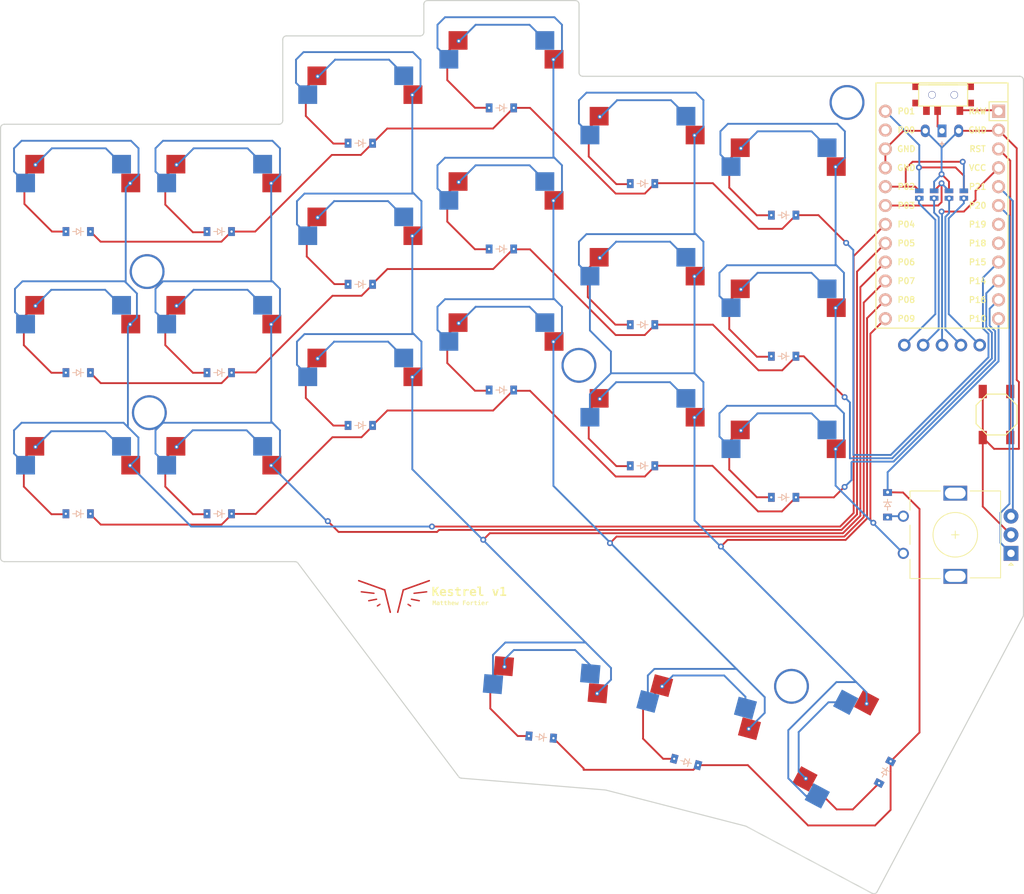
<source format=kicad_pcb>
(kicad_pcb (version 20240108) (generator "pcbnew") (generator_version "8.0")
  (title_block (title "kestrel") (rev "v1.0.0") (company "Unknown"))
  (layers (0 "F.Cu" signal) (31 "B.Cu" signal) (34 "B.Paste" user) (35 "F.Paste" user) (36 "B.SilkS" user "B.Silkscreen") (37 "F.SilkS" user "F.Silkscreen") (38 "B.Mask" user) (39 "F.Mask" user) (44 "Edge.Cuts" user))
  (net 0 "")
  (net 1 "col_0")
  (net 2 "outer_bottom")
  (net 3 "outer_home")
  (net 4 "outer_top")
  (net 5 "col_1")
  (net 6 "pinkie_bottom")
  (net 7 "pinkie_home")
  (net 8 "pinkie_top")
  (net 9 "col_2")
  (net 10 "ring_bottom")
  (net 11 "ring_home")
  (net 12 "ring_top")
  (net 13 "col_3")
  (net 14 "middle_bottom")
  (net 15 "middle_home")
  (net 16 "middle_top")
  (net 17 "col_4")
  (net 18 "index_bottom")
  (net 19 "index_home")
  (net 20 "index_top")
  (net 21 "col_5")
  (net 22 "inner_bottom")
  (net 23 "inner_home")
  (net 24 "inner_top")
  (net 25 "near_fan")
  (net 26 "home_fan")
  (net 27 "far_fan")
  (net 28 "row_1")
  (net 29 "row_2")
  (net 30 "row_3")
  (net 31 "row_0")
  (net 32 "RAW")
  (net 33 "GND")
  (net 34 "RST")
  (net 35 "VCC")
  (net 36 "ENCB")
  (net 37 "ENCA")
  (net 38 "P19")
  (net 39 "P18")
  (net 40 "CS")
  (net 41 "P0")
  (net 42 "SDA")
  (net 43 "SCL")
  (net 44 "JST")
  (net 45 "r_diode")
  (net 46 "J_pad4")
  (net 47 "J_pad3")
  (net 48 "J_pad2")
  (net 49 "J_pad1")
  (footprint "E73:SPDT_C128955" (layer "F.Cu") (at 258.0724 98.0264)
    (property "Reference" "T1" (hide yes))
    (property "Value" "" (hide yes))
  )
  (footprint "E73:SW_TACT_ALPS_SKQGABE010" (layer "F.Cu") (at 265.2564 141.0728 -90)
    (property "Reference" "B1" (hide yes))
    (property "Value" "" (hide yes))
  )
  (footprint "VIA-0.6mm" (layer "F.Cu") (at 205.59306 184.655457 -5)
    (property "Reference" "REF**" (hide yes))
    (property "Value" "VIA-0.6mm" (hide yes))
  )
  (footprint "VIA-0.6mm" (layer "F.Cu") (at 173.838 95.536)
    (property "Reference" "REF**" (hide yes))
    (property "Value" "VIA-0.6mm" (hide yes))
  )
  (footprint "VIA-0.6mm" (layer "F.Cu") (at 162.248 116.436)
    (property "Reference" "REF**" (hide yes))
    (property "Value" "VIA-0.6mm" (hide yes))
  )
  (footprint "ComboDiode" (layer "F.Cu") (at 217.588 147.976 180)
    (property "Reference" "D13" (hide yes))
    (property "Value" "" (hide yes))
  )
  (footprint "VIA-0.6mm" (layer "F.Cu") (at 162.248 154.436)
    (property "Reference" "REF**" (hide yes))
    (property "Value" "VIA-0.6mm" (hide yes))
  )
  (footprint "MX" (layer "F.Cu") (at 179.588 119.536)
    (property "Reference" "S8" (hide yes))
    (property "Value" "" (hide yes))
  )
  (footprint "VIA-0.6mm" (layer "F.Cu") (at 173.838 114.536)
    (property "Reference" "REF**" (hide yes))
    (property "Value" "VIA-0.6mm" (hide yes))
  )
  (footprint "VIA-0.6mm" (layer "F.Cu") (at 221.849536 187.433412 -15)
    (property "Reference" "REF**" (hide yes))
    (property "Value" "VIA-0.6mm" (hide yes))
  )
  (footprint "VIA-0.6mm" (layer "F.Cu") (at 205.588 93.276)
    (property "Reference" "REF**" (hide yes))
    (property "Value" "VIA-0.6mm" (hide yes))
  )
  (footprint "MX" (layer "F.Cu") (at 198.588 114.776)
    (property "Reference" "S11" (hide yes))
    (property "Value" "" (hide yes))
  )
  (footprint "VIA-0.6mm" (layer "F.Cu") (at 154.838 107.436)
    (property "Reference" "REF**" (hide yes))
    (property "Value" "VIA-0.6mm" (hide yes))
  )
  (footprint "VIA-0.6mm" (layer "F.Cu") (at 192.838 128.776)
    (property "Reference" "REF**" (hide yes))
    (property "Value" "VIA-0.6mm" (hide yes))
  )
  (footprint "VIA-0.6mm" (layer "F.Cu") (at 243.588 126.726)
    (property "Reference" "REF**" (hide yes))
    (property "Value" "VIA-0.6mm" (hide yes))
  )
  (footprint "SofleKeyboard-footprint:HOLE_M2_TH" (layer "F.Cu") (at 209.025 134.45)
    (property "Reference" "TH3" (hide yes))
    (property "Value" "HOLE" (hide yes))
  )
  (footprint "ComboDiode" (layer "F.Cu") (at 217.588 128.976 180)
    (property "Reference" "D14" (hide yes))
    (property "Value" "" (hide yes))
  )
  (footprint "VIA-0.6mm" (layer "F.Cu") (at 224.588 122.476)
    (property "Reference" "REF**" (hide yes))
    (property "Value" "VIA-0.6mm" (hide yes))
  )
  (footprint "keybs:wings_copper_small" (layer "F.Cu") (at 184.12 165.69)
    (property "Reference" "REF**" (hide yes))
    (property "Value" "wings_copper_small" (hide yes))
  )
  (footprint "lib:Jumper" (layer "F.Cu") (at 258.858 111.44758 -90)
    (property "Reference" "J3" (hide yes))
    (property "Value" "Jumper" (hide yes))
  )
  (footprint "VIA-0.6mm" (layer "F.Cu") (at 239.573307 190.094435 62)
    (property "Reference" "REF**" (hide yes))
    (property "Value" "VIA-0.6mm" (hide yes))
  )
  (footprint "VIA-0.6mm" (layer "F.Cu") (at 167.588 147.936)
    (property "Reference" "REF**" (hide yes))
    (property "Value" "VIA-0.6mm" (hide yes))
  )
  (footprint "VIA-0.6mm" (layer "F.Cu") (at 143.248 116.436)
    (property "Reference" "REF**" (hide yes))
    (property "Value" "VIA-0.6mm" (hide yes))
  )
  (footprint "VIA-0.6mm" (layer "F.Cu") (at 234.928 114.226)
    (property "Reference" "REF**" (hide yes))
    (property "Value" "VIA-0.6mm" (hide yes))
  )
  (footprint "MX" (layer "F.Cu") (at 217.588 105.976)
    (property "Reference" "S15" (hide yes))
    (property "Value" "" (hide yes))
  )
  (footprint "MX" (layer "F.Cu") (at 217.588 124.976)
    (property "Reference" "S14" (hide yes))
    (property "Value" "" (hide yes))
  )
  (footprint "ComboDiode" (layer "F.Cu") (at 203.939377 184.510779 175)
    (property "Reference" "D19" (hide yes))
    (property "Value" "" (hide yes))
  )
  (footprint "VIA-0.6mm" (layer "F.Cu") (at 196.928 118.776)
    (property "Reference" "REF**" (hide yes))
    (property "Value" "VIA-0.6mm" (hide yes))
  )
  (footprint "VIA-0.6mm" (layer "F.Cu") (at 181.248 142.536)
    (property "Reference" "REF**" (hide yes))
    (property "Value" "VIA-0.6mm" (hide yes))
  )
  (footprint "VIA-0.6mm" (layer "F.Cu") (at 243.588 107.726)
    (property "Reference" "REF**" (hide yes))
    (property "Value" "VIA-0.6mm" (hide yes))
  )
  (footprint "VIA-0.6mm" (layer "F.Cu") (at 215.928 109.976)
    (property "Reference" "REF**" (hide yes))
    (property "Value" "VIA-0.6mm" (hide yes))
  )
  (footprint "VIA-0.6mm" (layer "F.Cu") (at 177.928 142.536)
    (property "Reference" "REF**" (hide yes))
    (property "Value" "VIA-0.6mm" (hide yes))
  )
  (footprint "ComboDiode" (layer "F.Cu") (at 179.588 142.536 180)
    (property "Reference" "D7" (hide yes))
    (property "Value" "" (hide yes))
  )
  (footprint "lib:Jumper" (layer "F.Cu") (at 254.858 111.44758 -90)
    (property "Reference" "J7" (hide yes))
    (property "Value" "Jumper" (hide yes))
  )
  (footprint "MX" (layer "F.Cu") (at 179.588 138.536)
    (property "Reference" "S7" (hide yes))
    (property "Value" "" (hide yes))
  )
  (footprint "VIA-0.6mm" (layer "F.Cu") (at 211.838 119.976)
    (property "Reference" "REF**" (hide yes))
    (property "Value" "VIA-0.6mm" (hide yes))
  )
  (footprint "VIA-0.6mm" (layer "F.Cu") (at 224.588 141.476)
    (property "Reference" "REF**" (hide yes))
    (property "Value" "VIA-0.6mm" (hide yes))
  )
  (footprint "VIA-0.6mm" (layer "F.Cu") (at 135.838 107.436)
    (property "Reference" "REF**" (hide yes))
    (property "Value" "VIA-0.6mm" (hide yes))
  )
  (footprint "ComboDiode" (layer "F.Cu") (at 236.588 114.226 180)
    (property "Reference" "D18" (hide yes))
    (property "Value" "" (hide yes))
  )
  (footprint "VIA-0.6mm" (layer "F.Cu") (at 230.838 105.226)
    (property "Reference" "REF**" (hide yes))
    (property "Value" "VIA-0.6mm" (hide yes))
  )
  (footprint "MX" (layer "F.Cu") (at 236.588 148.226)
    (property "Reference" "S16" (hide yes))
    (property "Value" "" (hide yes))
  )
  (footprint "VIA-0.6mm" (layer "F.Cu") (at 211.838 138.976)
    (property "Reference" "REF**" (hide yes))
    (property "Value" "VIA-0.6mm" (hide yes))
  )
  (footprint "SofleKeyboard-footprint:HOLE_M2_TH" (layer "F.Cu") (at 245.125 99.05)
    (property "Reference" "TH3" (hide yes))
    (property "Value" "HOLE" (hide yes))
  )
  (footprint "ComboDiode" (layer "F.Cu") (at 179.588 123.536 180)
    (property "Reference" "D8" (hide yes))
    (property "Value" "" (hide yes))
  )
  (footprint "VIA-0.6mm" (layer "F.Cu") (at 186.588 117.036)
    (property "Reference" "REF**" (hide yes))
    (property "Value" "VIA-0.6mm" (hide yes))
  )
  (footprint "ComboDiode" (layer "F.Cu") (at 236.588 133.226 180)
    (property "Reference" "D17" (hide yes))
    (property "Value" "" (hide yes))
  )
  (footprint "VIA-0.6mm" (layer "F.Cu") (at 177.928 104.536)
    (property "Reference" "REF**" (hide yes))
    (property "Value" "VIA-0.6mm" (hide yes))
  )
  (footprint "VIA-0.6mm" (layer "F.Cu") (at 192.838 90.776)
    (property "Reference" "REF**" (hide yes))
    (property "Value" "VIA-0.6mm" (hide yes))
  )
  (footprint "MX" (layer "F.Cu") (at 217.588 143.976)
    (property "Reference" "S13" (hide yes))
    (property "Value" "" (hide yes))
  )
  (footprint "MX" (layer "F.Cu") (at 141.588 150.436)
    (property "Reference" "S1" (hide yes))
    (property "Value" "" (hide yes))
  )
  (footprint "VIA-0.6mm" (layer "F.Cu") (at 135.838 145.436)
    (property "Reference" "REF**" (hide yes))
    (property "Value" "VIA-0.6mm" (hide yes))
  )
  (footprint "VIA-0.6mm" (layer "F.Cu") (at 215.928 128.976)
    (property "Reference" "REF**" (hide yes))
    (property "Value" "VIA-0.6mm" (hide yes))
  )
  (footprint "ComboDiode" (layer "F.Cu") (at 141.588 135.436 180)
    (property "Reference" "D2" (hide yes))
    (property "Value" "" (hide yes))
  )
  (footprint "lib:Jumper" (layer "F.Cu") (at 256.858 111.44758 -90)
    (property "Reference" "J5" (hide yes))
    (property "Value" "Jumper" (hide yes))
  )
  (footprint "VIA-0.6mm" (layer "F.Cu") (at 231.896778 183.396267 -15)
    (property "Reference" "REF**" (hide yes))
    (property "Value" "VIA-0.6mm" (hide yes))
  )
  (footprint "VIA-0.6mm" (layer "F.Cu") (at 247.766438 180.010532 62)
    (property "Reference" "REF**" (hide yes))
    (property "Value" "VIA-0.6mm" (hide yes))
  )
  (footprint "VIA-0.6mm" (layer "F.Cu") (at 148.588 109.936)
    (property "Reference" "REF**" (hide yes))
    (property "Value" "VIA-0.6mm" (hide yes))
  )
  (footprint "ComboDiode" (layer "F.Cu") (at 160.588 154.436 180)
    (property "Reference" "D4" (hide yes))
    (property "Value" "" (hide yes))
  )
  (footprint "VIA-0.6mm" (layer "F.Cu") (at 205.588 112.276)
    (property "Reference" "REF**" (hide yes))
    (property "Value" "VIA-0.6mm" (hide yes))
  )
  (footprint "SofleKeyboard-footprint:HOLE_M2_TH" (layer "F.Cu") (at 237.65 177.675)
    (property "Reference" "TH3" (hide yes))
    (property "Value" "HOLE" (hide yes))
  )
  (footprint "VIA-0.6mm" (layer "F.Cu") (at 196.928 99.776)
    (property "Reference" "REF**" (hide yes))
    (property "Value" "VIA-0.6mm" (hide yes))
  )
  (footprint "VIA-0.6mm" (layer "F.Cu") (at 181.248 104.536)
    (property "Reference" "REF**" (hide yes))
    (property "Value" "VIA-0.6mm" (hide yes))
  )
  (footprint "VIA-0.6mm" (layer "F.Cu") (at 219.248 128.976)
    (property "Reference" "REF**" (hide yes))
    (property "Value" "VIA-0.6mm" (hide yes))
  )
  (footprint "VIA-0.6mm" (layer "F.Cu") (at 200.248 137.776)
    (property "Reference" "REF**" (hide yes))
    (property "Value" "VIA-0.6mm" (hide yes))
  )
  (footprint "ComboDiode" (layer "F.Cu") (at 160.588 135.436 180)
    (property "Reference" "D5" (hide yes))
    (property "Value" "" (hide yes))
  )
  (footprint "VIA-0.6mm" (layer "F.Cu") (at 173.838 133.536)
    (property "Reference" "REF**" (hide yes))
    (property "Value" "VIA-0.6mm" (hide yes))
  )
  (footprint "VIA-0.6mm" (layer "F.Cu") (at 250.998619 187.777038 62)
    (property "Reference" "REF**" (hide yes))
    (property "Value" "VIA-0.6mm" (hide yes))
  )
  (footprint "VIA-0.6mm" (layer "F.Cu") (at 205.588 131.276)
    (property "Reference" "REF**" (hide yes))
    (property "Value" "VIA-0.6mm" (hide yes))
  )
  (footprint "ComboDiode" (layer "F.Cu") (at 141.588 116.436 180)
    (property "Reference" "D3" (hide yes))
    (property "Value" "" (hide yes))
  )
  (footprint "ComboDiode" (layer "F.Cu") (at 198.588 118.776 180)
    (property "Reference" "D11" (hide yes))
    (property "Value" "" (hide yes))
  )
  (footprint "VIA-0.6mm" (layer "F.Cu") (at 249.439974 190.708424 62)
    (property "Reference" "REF**" (hide yes))
    (property "Value" "VIA-0.6mm" (hide yes))
  )
  (footprint "VIA-0.6mm" (layer "F.Cu") (at 200.248 99.776)
    (property "Reference" "REF**" (hide yes))
    (property "Value" "VIA-0.6mm" (hide yes))
  )
  (footprint "VIA-0.6mm" (layer "F.Cu") (at 186.588 98.036)
    (property "Reference" "REF**" (hide yes))
    (property "Value" "VIA-0.6mm" (hide yes))
  )
  (footprint "lib:Jumper" (layer "F.Cu") (at 258.858 111.44758 -90)
    (property "Reference" "J4" (hide yes))
    (property "Value" "Jumper" (hide yes))
  )
  (footprint "VIA-0.6mm" (layer "F.Cu") (at 192.838 109.776)
    (property "Reference" "REF**" (hide yes))
    (property "Value" "VIA-0.6mm" (hide yes))
  )
  (footprint "ComboDiode" (layer "F.Cu") (at 198.588 137.776 180)
    (property "Reference" "D10" (hide yes))
    (property "Value" "" (hide yes))
  )
  (footprint "VIA-0.6mm" (layer "F.Cu") (at 243.588 145.726)
    (property "Reference" "REF**" (hide yes))
    (property "Value" "VIA-0.6mm" (hide yes))
  )
  (footprint "VIA-0.6mm" (layer "F.Cu") (at 238.248 114.226)
    (property "Reference" "REF**" (hide yes))
    (property "Value" "VIA-0.6mm" (hide yes))
  )
  (footprint "ComboDiode" (layer "F.Cu") (at 223.452973 187.863052 165)
    (property "Reference" "D20" (hide yes))
    (property "Value" "" (hide yes))
  )
  (footprint "MX" (layer "F.Cu") (at 160.588 131.436)
    (property "Reference" "S5" (hide yes))
    (property "Value" "" (hide yes))
  )
  (footprint "MX" (layer "F.Cu") (at 204.288 180.526 -5)
    (property "Reference" "S19" (hide yes))
    (property "Value" "" (hide yes))
  )
  (footprint "rotary_encoder" (layer "F.Cu") (at 259.588 157.226 180)
    (property "Reference" "ROT1" (hide yes))
    (property "Value" "" (hide yes))
  )
  (footprint "MX" (layer "F.Cu") (at 160.588 150.436)
    (property "Reference" "S4" (hide yes))
    (property "Value" "" (hide yes))
  )
  (footprint "VIA-0.6mm" (layer "F.Cu") (at 215.928 147.976)
    (property "Reference" "REF**" (hide yes))
    (property "Value" "VIA-0.6mm" (hide yes))
  )
  (footprint "SofleKeyboard-footprint:HOLE_M2_TH" (layer "F.Cu") (at 150.875 121.825)
    (property "Reference" "TH3" (hide yes))
    (property "Value" "HOLE" (hide yes))
  )
  (footprint "MX" (layer "F.Cu") (at 198.588 95.776)
    (property "Reference" "S12" (hide yes))
    (property "Value" "" (hide yes))
  )
  (footprint "VIA-0.6mm" (layer "F.Cu") (at 143.248 154.436)
    (property "Reference" "REF**" (hide yes))
    (property "Value" "VIA-0.6mm" (hide yes))
  )
  (footprint "ComboDiode" (layer "F.Cu") (at 141.588 154.436 180)
    (property "Reference" "D1" (hide yes))
    (property "Value" "" (hide yes))
  )
  (footprint "VIA-0.6mm" (layer "F.Cu") (at 219.248 109.976)
    (property "Reference" "REF**" (hide yes))
    (property "Value" "VIA-0.6mm" (hide yes))
  )
  (footprint "Keebio-Parts:I2C_Breakout_nice_nano" (layer "F.Cu") (at 252.8426 131.7244 90)
    (property "Reference" "REF*" (hide yes))
    (property "Value" "I2C_Breakout_nice_nano" (hide yes))
  )
  (footprint "ComboDiode" (layer "F.Cu") (at 160.588 116.436 180)
    (property "Reference" "D6" (hide yes))
    (property "Value" "" (hide yes))
  )
  (footprint "MX" (layer "F.Cu") (at 236.588 129.226)
    (property "Reference" "S17" (hide yes))
    (property "Value" "" (hide yes))
  )
  (footprint "VIA-0.6mm" (layer "F.Cu") (at 211.838 100.976)
    (property "Reference" "REF**" (hide yes))
    (property "Value" "VIA-0.6mm" (hide yes))
  )
  (footprint "MX" (layer "F.Cu") (at 179.588 100.536)
    (property "Reference" "S9" (hide yes))
    (property "Value" "" (hide yes))
  )
  (footprint "VIA-0.6mm" (layer "F.Cu") (at 200.248 118.776)
    (property "Reference" "REF**" (hide yes))
    (property "Value" "VIA-0.6mm" (hide yes))
  )
  (footprint "VIA-0.6mm" (layer "F.Cu") (at 158.928 116.436)
    (property "Reference" "REF**" (hide yes))
    (property "Value" "VIA-0.6mm" (hide yes))
  )
  (footprint "VIA-0.6mm" (layer "F.Cu") (at 220.228271 177.68151 -15)
    (property "Reference" "REF**" (hide yes))
    (property "Value" "VIA-0.6mm" (hide yes))
  )
  (footprint "VIA-0.6mm" (layer "F.Cu") (at 186.588 136.036)
    (property "Reference" "REF**" (hide yes))
    (property "Value" "VIA-0.6mm" (hide yes))
  )
  (footprint "VIA-0.6mm" (layer "F.Cu") (at 181.248 123.536)
    (property "Reference" "REF**" (hide yes))
    (property "Value" "VIA-0.6mm" (hide yes))
  )
  (footprint "VIA-0.6mm" (layer "F.Cu") (at 196.928 137.776)
    (property "Reference" "REF**" (hide yes))
    (property "Value" "VIA-0.6mm" (hide yes))
  )
  (footprint "VIA-0.6mm" (layer "F.Cu") (at 177.928 123.536)
    (property "Reference" "REF**" (hide yes))
    (property "Value" "VIA-0.6mm" (hide yes))
  )
  (footprint "lib:Jumper" (layer "F.Cu") (at 256.858 111.44758 -90)
    (property "Reference" "J6" (hide yes))
    (property "Value" "Jumper" (hide yes))
  )
  (footprint "MX" (layer "F.Cu") (at 141.588 131.436)
    (property "Reference" "S2" (hide yes))
    (property "Value" "" (hide yes))
  )
  (footprint "ComboDiode" (layer "F.Cu") (at 217.588 109.976 180)
    (property "Reference" "D15" (hide yes))
    (property "Value" "" (hide yes))
  )
  (footprint "VIA-0.6mm" (layer "F.Cu") (at 198.995659 175.043881 -5)
    (property "Reference" "REF**" (hide yes))
    (property "Value" "VIA-0.6mm" (hide yes))
  )
  (footprint "VIA-0.6mm" (layer "F.Cu") (at 154.838 145.436)
    (property "Reference" "REF**" (hide yes))
    (property "Value" "VIA-0.6mm" (hide yes))
  )
  (footprint "MX" (layer "F.Cu") (at 224.488249 183.999349 -15)
    (property "Reference" "S20" (hide yes))
    (property "Value" "" (hide yes))
  )
  (footprint "lib:Jumper" (layer "F.Cu") (at 260.858 111.44758 -90)
    (property "Reference" "J1" (hide yes))
    (property "Value" "Jumper" (hide yes))
  )
  (footprint "MX" (layer "F.Cu") (at 246.687506 187.364845 62)
    (property "Reference" "S21" (hide yes))
    (property "Value" "" (hide yes))
  )
  (footprint "ComboDiode" (layer "F.Cu") (at 236.588 152.226 180)
    (property "Reference" "D16" (hide yes))
    (property "Value" "" (hide yes))
  )
  (footprint "VIA-0.6mm" (layer "F.Cu") (at 234.928 152.226)
    (property "Reference" "REF**" (hide yes))
    (property "Value" "VIA-0.6mm" (hide yes))
  )
  (footprint "VIA-0.6mm" (layer "F.Cu") (at 219.248 147.976)
    (property "Reference" "REF**" (hide yes))
    (property "Value" "VIA-0.6mm" (hide yes))
  )
  (footprint "SofleKeyboard-footprint:HOLE_M2_TH" (layer "F.Cu") (at 151.175 140.825)
    (property "Reference" "TH3" (hide yes))
    (property "Value" "HOLE" (hide yes))
  )
  (footprint "VIA-0.6mm" (layer "F.Cu") (at 167.588 109.936)
    (property "Reference" "REF**" (hide yes))
    (property "Value" "VIA-0.6mm" (hide yes))
  )
  (footprint "VIA-0.6mm" (layer "F.Cu") (at 238.248 152.226)
    (property "Reference" "REF**" (hide yes))
    (property "Value" "VIA-0.6mm" (hide yes))
  )
  (footprint "VIA-0.6mm" (layer "F.Cu") (at 143.248 135.436)
    (property "Reference" "REF**" (hide yes))
    (property "Value" "VIA-0.6mm" (hide yes))
  )
  (footprint "VIA-0.6mm" (layer "F.Cu") (at 230.838 124.226)
    (property "Reference" "REF**" (hide yes))
    (property "Value" "VIA-0.6mm" (hide yes))
  )
  (footprint "VIA-0.6mm" (layer "F.Cu") (at 154.838 126.436)
    (property "Reference" "REF**" (hide yes))
    (property "Value" "VIA-0.6mm" (hide yes))
  )
  (footprint "VIA-0.6mm" (layer "F.Cu") (at 230.838 143.226)
    (property "Reference" "REF**" (hide yes))
    (property "Value" "VIA-0.6mm" (hide yes))
  )
  (footprint "MX" (layer "F.Cu") (at 141.588 112.436)
    (property "Reference" "S3" (hide yes))
    (property "Value" "" (hide yes))
  )
  (footprint "VIA-0.6mm" (layer "F.Cu") (at 139.928 116.436)
    (property "Reference" "REF**" (hide yes))
    (property "Value" "VIA-0.6mm" (hide yes))
  )
  (footprint "VIA-0.6mm" (layer "F.Cu") (at 139.928 135.436)
    (property "Reference" "REF**" (hide yes))
    (property "Value" "VIA-0.6mm" (hide yes))
  )
  (footprint "VIA-0.6mm" (layer "F.Cu") (at 167.588 128.936)
    (property "Reference" "REF**" (hide yes))
    (property "Value" "VIA-0.6mm" (hide yes))
  )
  (footprint "ComboDiode" (layer "F.Cu") (at 198.588 99.776 180)
    (property "Reference" "D12" (hide yes))
    (property "Value" "" (hide yes))
  )
  (footprint "VIA-0.6mm" (layer "F.Cu") (at 148.588 128.936)
    (property "Reference" "REF**" (hide yes))
    (property "Value" "VIA-0.6mm" (hide yes))
  )
  (footprint "VIA-0.6mm" (layer "F.Cu") (at 202.285694 184.3661 -5)
    (property "Reference" "REF**" (hide yes))
    (property "Value" "VIA-0.6mm" (hide yes))
  )
  (footprint "MX" (layer "F.Cu") (at 160.588 112.436)
    (property "Reference" "S6" (hide yes))
    (property "Value" "" (hide yes))
  )
  (footprint "VIA-0.6mm" (layer "F.Cu") (at 148.588 147.936)
    (property "Reference" "REF**" (hide yes))
    (property "Value" "VIA-0.6mm" (hide yes))
  )
  (footprint "ComboDiode" (layer "F.Cu") (at 250.219297 189.242731 -118)
    (property "Reference" "D21" (hide yes))
    (property "Value" "" (hide yes))
  )
  (footprint "VIA-0.6mm" (layer "F.Cu") (at 139.928 154.436)
    (property "Reference" "REF**" (hide yes))
    (property "Value" "VIA-0.6mm" (hide yes))
  )
  (footprint "lib:Jumper" (layer "F.Cu") (at 260.858 111.44758 -90)
    (property "Reference" "J2" (hide yes))
    (property "Value" "Jumper" (hide yes))
  )
  (footprint "VIA-0.6mm" (layer "F.Cu") (at 158.928 135.436)
    (property "Reference" "REF**" (hide yes))
    (property "Value" "VIA-0.6mm" (hide yes))
  )
  (footprint "VIA-0.6mm" (layer "F.Cu") (at 162.248 135.436)
    (property "Reference" "REF**" (hide yes))
    (property "Value" "VIA-0.6mm" (hide yes))
  )
  (footprint "lib:Jumper" (layer "F.Cu") (at 254.858 111.44758 -90)
    (property "Reference" "J8" (hide yes))
    (property "Value" "Jumper" (hide yes))
  )
  (footprint "VIA-0.6mm" (layer "F.Cu") (at 238.248 133.226)
    (property "Reference" "REF**" (hide yes))
    (property "Value" "VIA-0.6mm" (hide yes))
  )
  (footprint "MX" (layer "F.Cu") (at 198.588 133.776)
    (property "Reference" "S10" (hide yes))
    (property "Value" "" (hide yes))
  )
  (footprint "VIA-0.6mm" (layer "F.Cu") (at 158.928 154.436)
    (property "Reference" "REF**" (hide yes))
    (property "Value" "VIA-0.6mm" (hide yes))
  )
  (footprint "VIA-0.6mm" (layer "F.Cu") (at 224.588 103.476)
    (property "Reference" "REF**" (hide yes))
    (property "Value" "VIA-0.6mm" (hide yes))
  )
  (footprint "VIA-0.6mm" (layer "F.Cu") (at 135.838 126.436)
    (property "Reference" "REF**" (hide yes))
    (property "Value" "VIA-0.6mm" (hide yes))
  )
  (footprint "VIA-0.6mm" (layer "F.Cu") (at 225.05641 188.292692 -15)
    (property "Reference" "REF**" (hide yes))
    (property "Value" "VIA-0.6mm" (hide yes))
  )
  (footprint "JST_PH_S2B-PH-K_02x2.00mm_Angled" (layer "F.Cu") (at 257.9116 102.8671)
    (property "Reference" "JST REV1" (hide yes))
    (property "Value" "JST" (hide yes))
  )
  (footprint "VIA-0.6mm" (layer "F.Cu") (at 234.928 133.226)
    (property "Reference" "REF**" (hide yes))
    (property "Value" "VIA-0.6mm" (hide yes))
  )
  (footprint "ComboDiode" (layer "F.Cu") (at 179.588 104.536 180)
    (property "Reference" "D9" (hide yes))
    (property "Value" "" (hide yes))
  )
  (footprint "ProMicro" (layer "F.Cu") (at 257.9116 114.1984 -90)
    (property "Reference" "MCU1" (hide yes))
    (property "Value" "" (hide yes))
  )
  (footprint "MX" (layer "F.Cu") (at 236.588 110.226)
    (property "Reference" "S18" (hide yes))
    (property "Value" "" (hide yes))
  )
  (footprint "ComboDiode" (layer "F.Cu") (at 250.588 153.226 -90)
    (property "Reference" "D22" (hide yes))
    (property "Value" "" (hide yes))
  )
  (footprint "VIA-0.6mm" (layer "F.Cu") (at 211.479252 178.645603 -5)
    (property "Reference" "REF**" (hide yes))
    (property "Value" "VIA-0.6mm" (hide yes))
  )
  (gr_arc (start 169.138 101.486) (mid 168.991553 101.839553) (end 168.638 101.986) (stroke (width 0.15)) (layer "Edge.Cuts"))
  (gr_line (start 209.038 85.826) (end 209.038 95.026) (stroke (width 0.15)) (layer "Edge.Cuts"))
  (gr_line (start 209.538 95.526) (end 268.388 95.526) (stroke (width 0.15)) (layer "Edge.Cuts"))
  (gr_line (start 169.138 101.486) (end 169.138 90.586) (stroke (width 0.15)) (layer "Edge.Cuts"))
  (gr_line (start 170.78851 160.886) (end 131.638 160.886) (stroke (width 0.15)) (layer "Edge.Cuts"))
  (gr_line (start 268.888 96.026) (end 268.888 168.051628) (stroke (width 0.15)) (layer "Edge.Cuts"))
  (gr_arc (start 268.388 95.526) (mid 268.741553 95.672447) (end 268.888 96.026) (stroke (width 0.15)) (layer "Edge.Cuts"))
  (gr_line (start 188.138 89.586) (end 188.138 85.826) (stroke (width 0.15)) (layer "Edge.Cuts"))
  (gr_arc (start 170.78851 160.886) (mid 171.011752 160.938604) (end 171.18802 161.085348) (stroke (width 0.15)) (layer "Edge.Cuts"))
  (gr_arc (start 188.138 85.826) (mid 188.284447 85.472447) (end 188.638 85.326) (stroke (width 0.15)) (layer "Edge.Cuts"))
  (gr_arc (start 212.564702 191.631004) (mid 212.606992 191.636291) (end 212.648678 191.64516) (stroke (width 0.15)) (layer "Edge.Cuts"))
  (gr_arc (start 131.638 160.886) (mid 131.284447 160.739553) (end 131.138 160.386) (stroke (width 0.15)) (layer "Edge.Cuts"))
  (gr_arc (start 208.538 85.326) (mid 208.891553 85.472447) (end 209.038 85.826) (stroke (width 0.15)) (layer "Edge.Cuts"))
  (gr_arc (start 169.138 90.586) (mid 169.284447 90.232447) (end 169.638 90.086) (stroke (width 0.15)) (layer "Edge.Cuts"))
  (gr_line (start 248.504142 205.545832) (end 231.551488 196.531946) (stroke (width 0.15)) (layer "Edge.Cuts"))
  (gr_arc (start 231.441554 196.489246) (mid 231.497784 196.507344) (end 231.551488 196.531946) (stroke (width 0.15)) (layer "Edge.Cuts"))
  (gr_arc (start 209.538 95.526) (mid 209.184447 95.379553) (end 209.038 95.026) (stroke (width 0.15)) (layer "Edge.Cuts"))
  (gr_arc (start 188.138 89.586) (mid 187.991553 89.939553) (end 187.638 90.086) (stroke (width 0.15)) (layer "Edge.Cuts"))
  (gr_line (start 188.638 85.326) (end 208.538 85.326) (stroke (width 0.15)) (layer "Edge.Cuts"))
  (gr_line (start 212.564702 191.631003) (end 193.190701 190.043785) (stroke (width 0.15)) (layer "Edge.Cuts"))
  (gr_line (start 268.829731 168.285878) (end 249.180609 205.338609) (stroke (width 0.15)) (layer "Edge.Cuts"))
  (gr_line (start 169.638 90.086) (end 187.638 90.086) (stroke (width 0.15)) (layer "Edge.Cuts"))
  (gr_line (start 231.441554 196.489245) (end 212.648678 191.64516) (stroke (width 0.15)) (layer "Edge.Cuts"))
  (gr_arc (start 131.138 102.486) (mid 131.284447 102.132447) (end 131.638 101.986) (stroke (width 0.15)) (layer "Edge.Cuts"))
  (gr_line (start 131.138 160.386) (end 131.138 102.486) (stroke (width 0.15)) (layer "Edge.Cuts"))
  (gr_arc (start 268.887999 168.051627) (mid 268.873213 168.172322) (end 268.829731 168.285878) (stroke (width 0.15)) (layer "Edge.Cuts"))
  (gr_arc (start 193.190702 190.043785) (mid 192.990191 189.983355) (end 192.832017 189.846107) (stroke (width 0.15)) (layer "Edge.Cuts"))
  (gr_arc (start 249.18061 205.338609) (mid 248.885327 205.582431) (end 248.504142 205.545832) (stroke (width 0.15)) (layer "Edge.Cuts"))
  (gr_line (start 131.638 101.986) (end 168.638 101.986) (stroke (width 0.15)) (layer "Edge.Cuts"))
  (gr_line (start 192.832017 189.846107) (end 171.18802 161.085348) (stroke (width 0.15)) (layer "Edge.Cuts"))
  (gr_text "Matthew Fortier" (at 189.29 166.84 0) (layer "F.SilkS") (effects (font (size 0.6 0.6) (thickness 0.1) (bold yes)) (justify left bottom)))
  (gr_text "Kestrel v1" (at 189.2 165.71 0) (layer "F.SilkS") (effects (font (size 1.2 1.2) (thickness 0.2) (bold yes)) (justify left bottom)))
  (segment (start 246.0244 154.3304) (end 246.0244 119.7356) (width 0.25) (layer "F.Cu") (net 1))
  (segment (start 246.0244 119.7356) (end 250.2916 115.4684) (width 0.25) (layer "F.Cu") (net 1))
  (segment (start 189.23 156.1592) (end 244.1956 156.1592) (width 0.25) (layer "F.Cu") (net 1))
  (segment (start 244.1956 156.1592) (end 246.0244 154.3304) (width 0.25) (layer "F.Cu") (net 1))
  (via (at 189.23 156.1592) (size 0.8) (drill 0.4) (layers "F.Cu" "B.Cu") (net 1))
  (segment (start 134.63 128.819) (end 133.079 127.268) (width 0.25) (layer "B.Cu") (net 1))
  (segment (start 189.23 156.1592) (end 189.3316 156.1592) (width 0.25) (layer "B.Cu") (net 1))
  (segment (start 132.952 146.318) (end 132.952 143.197) (width 0.25) (layer "B.Cu") (net 1))
  (segment (start 147.706 142.181) (end 148.288 142.763) (width 0.25) (layer "B.Cu") (net 1))
  (segment (start 189.23 156.1592) (end 156.8112 156.1592) (width 0.25) (layer "B.Cu") (net 1))
  (segment (start 132.952 143.197) (end 133.968 142.181) (width 0.25) (layer "B.Cu") (net 1))
  (segment (start 134.503 147.869) (end 132.952 146.318) (width 0.25) (layer "B.Cu") (net 1))
  (segment (start 133.968 104.208) (end 148.7 104.208) (width 0.25) (layer "B.Cu") (net 1))
  (segment (start 148.7 104.208) (end 149.716 105.224) (width 0.25) (layer "B.Cu") (net 1))
  (segment (start 148.588 128.936) (end 148.288 129.236) (width 0.25) (layer "B.Cu") (net 1))
  (segment (start 149.5 124.775) (end 149.5 128.024) (width 0.25) (layer "B.Cu") (net 1))
  (segment (start 149.7 144.175) (end 149.7 146.824) (width 0.25) (layer "B.Cu") (net 1))
  (segment (start 147.856 123.131) (end 147.994 123.269) (width 0.25) (layer "B.Cu") (net 1))
  (segment (start 148.288 142.763) (end 149.7 144.175) (width 0.25) (layer "B.Cu") (net 1))
  (segment (start 148.288 129.236) (end 148.288 142.763) (width 0.25) (layer "B.Cu") (net 1))
  (segment (start 147.994 110.53) (end 147.994 123.269) (width 0.25) (layer "B.Cu") (net 1))
  (segment (start 149.5 128.024) (end 148.588 128.936) (width 0.25) (layer "B.Cu") (net 1))
  (segment (start 134.503 109.896) (end 132.952 108.345) (width 0.25) (layer "B.Cu") (net 1))
  (segment (start 133.968 142.181) (end 147.706 142.181) (width 0.25) (layer "B.Cu") (net 1))
  (segment (start 149.716 108.808) (end 148.588 109.936) (width 0.25) (layer "B.Cu") (net 1))
  (segment (start 147.994 123.269) (end 149.5 124.775) (width 0.25) (layer "B.Cu") (net 1))
  (segment (start 134.095 123.131) (end 147.856 123.131) (width 0.25) (layer "B.Cu") (net 1))
  (segment (start 133.079 127.268) (end 133.079 124.147) (width 0.25) (layer "B.Cu") (net 1))
  (segment (start 148.588 109.936) (end 147.994 110.53) (width 0.25) (layer "B.Cu") (net 1))
  (segment (start 132.952 108.345) (end 132.952 105.224) (width 0.25) (layer "B.Cu") (net 1))
  (segment (start 156.8112 156.1592) (end 148.588 147.936) (width 0.25) (layer "B.Cu") (net 1))
  (segment (start 149.7 146.824) (end 148.588 147.936) (width 0.25) (layer "B.Cu") (net 1))
  (segment (start 132.952 105.224) (end 133.968 104.208) (width 0.25) (layer "B.Cu") (net 1))
  (segment (start 133.079 124.147) (end 134.095 123.131) (width 0.25) (layer "B.Cu") (net 1))
  (segment (start 149.716 105.224) (end 149.716 108.808) (width 0.25) (layer "B.Cu") (net 1))
  (segment (start 134.272 146.989) (end 134.272 150.781) (width 0.25) (layer "F.Cu") (net 2))
  (segment (start 134.272 150.781) (end 137.991 154.5) (width 0.25) (layer "F.Cu") (net 2))
  (segment (start 137.991 154.5) (end 139.851 154.5) (width 0.25) (layer "F.Cu") (net 2))
  (segment (start 135.761 145.5) (end 134.272 146.989) (width 0.25) (layer "F.Cu") (net 2))
  (segment (start 137.955 143.324) (end 137.955 143.342) (width 0.25) (layer "B.Cu") (net 2))
  (segment (start 145.221 143.324) (end 137.955 143.324) (width 0.25) (layer "B.Cu") (net 2))
  (segment (start 147.353 145.456) (end 145.221 143.324) (width 0.25) (layer "B.Cu") (net 2))
  (segment (start 137.955 143.342) (end 135.761 145.536) (width 0.25) (layer "B.Cu") (net 2))
  (segment (start 134.272 131.731) (end 137.991 135.45) (width 0.25) (layer "F.Cu") (net 3))
  (segment (start 135.761 126.45) (end 134.272 127.939) (width 0.25) (layer "F.Cu") (net 3))
  (segment (start 137.991 135.45) (end 139.851 135.45) (width 0.25) (layer "F.Cu") (net 3))
  (segment (start 134.272 127.939) (end 134.272 131.731) (width 0.25) (layer "F.Cu") (net 3))
  (segment (start 137.955 124.292) (end 135.761 126.486) (width 0.25) (layer "B.Cu") (net 3))
  (segment (start 145.221 124.274) (end 137.955 124.274) (width 0.25) (layer "B.Cu") (net 3))
  (segment (start 137.955 124.274) (end 137.955 124.292) (width 0.25) (layer "B.Cu") (net 3))
  (segment (start 147.353 126.406) (end 145.221 124.274) (width 0.25) (layer "B.Cu") (net 3))
  (segment (start 134.349 112.717) (end 138.068 116.436) (width 0.25) (layer "F.Cu") (net 4))
  (segment (start 138.068 116.436) (end 139.928 116.436) (width 0.25) (layer "F.Cu") (net 4))
  (segment (start 135.838 107.436) (end 134.349 108.925) (width 0.25) (layer "F.Cu") (net 4))
  (segment (start 134.349 108.925) (end 134.349 112.717) (width 0.25) (layer "F.Cu") (net 4))
  (segment (start 138.032 105.242) (end 135.838 107.436) (width 0.25) (layer "B.Cu") (net 4))
  (segment (start 145.298 105.224) (end 138.032 105.224) (width 0.25) (layer "B.Cu") (net 4))
  (segment (start 138.032 105.224) (end 138.032 105.242) (width 0.25) (layer "B.Cu") (net 4))
  (segment (start 147.43 107.356) (end 145.298 105.224) (width 0.25) (layer "B.Cu") (net 4))
  (segment (start 175.2092 155.4347) (end 175.2097 155.4342) (width 0.25) (layer "F.Cu") (net 5))
  (segment (start 176.6587 156.8842) (end 189.9202 156.8842) (width 0.25) (layer "F.Cu") (net 5))
  (segment (start 190.1952 156.6092) (end 244.381996 156.6092) (width 0.25) (layer "F.Cu") (net 5))
  (segment (start 189.9202 156.8842) (end 190.1952 156.6092) (width 0.25) (layer "F.Cu") (net 5))
  (segment (start 244.381996 156.6092) (end 246.4744 154.516796) (width 0.25) (layer "F.Cu") (net 5))
  (segment (start 246.4744 154.516796) (end 246.4744 121.8256) (width 0.25) (layer "F.Cu") (net 5))
  (segment (start 246.4744 121.8256) (end 250.2916 118.0084) (width 0.25) (layer "F.Cu") (net 5))
  (segment (start 175.2092 155.4347) (end 176.6587 156.8842) (width 0.25) (layer "F.Cu") (net 5))
  (via (at 175.2092 155.4347) (size 0.8) (drill 0.4) (layers "F.Cu" "B.Cu") (net 5))
  (segment (start 153.018 123.131) (end 167.623 123.131) (width 0.25) (layer "B.Cu") (net 5))
  (segment (start 167.75 123.131) (end 168.766 124.147) (width 0.25) (layer "B.Cu") (net 5))
  (segment (start 168.766 143.197) (end 168.766 146.781) (width 0.25) (layer "B.Cu") (net 5))
  (segment (start 153.553 147.869) (end 152.002 146.318) (width 0.25) (layer "B.Cu") (net 5))
  (segment (start 152.002 124.147) (end 153.018 123.131) (width 0.25) (layer "B.Cu") (net 5))
  (segment (start 168.766 108.808) (end 167.638 109.936) (width 0.25) (layer "B.Cu") (net 5))
  (segment (start 167.75 104.208) (end 168.766 105.224) (width 0.25) (layer "B.Cu") (net 5))
  (segment (start 153.018 104.208) (end 167.75 104.208) (width 0.25) (layer "B.Cu") (net 5))
  (segment (start 152.002 146.318) (end 152.002 143.197) (width 0.25) (layer "B.Cu") (net 5))
  (segment (start 153.553 128.819) (end 152.002 127.268) (width 0.25) (layer "B.Cu") (net 5))
  (segment (start 167.588 147.936) (end 175.0867 155.4347) (width 0.25) (layer "B.Cu") (net 5))
  (segment (start 167.588 128.936) (end 167.588 142.019) (width 0.25) (layer "B.Cu") (net 5))
  (segment (start 152.002 105.224) (end 153.018 104.208) (width 0.25) (layer "B.Cu") (net 5))
  (segment (start 175.0867 155.4347) (end 175.2092 155.4347) (width 0.25) (layer "B.Cu") (net 5))
  (segment (start 167.588 142.019) (end 167.75 142.181) (width 0.25) (layer "B.Cu") (net 5))
  (segment (start 167.623 123.131) (end 167.75 123.131) (width 0.25) (layer "B.Cu") (net 5))
  (segment (start 152.002 108.345) (end 152.002 105.224) (width 0.25) (layer "B.Cu") (net 5))
  (segment (start 167.588 109.936) (end 167.588 123.096) (width 0.25) (layer "B.Cu") (net 5))
  (segment (start 152.002 127.268) (end 152.002 124.147) (width 0.25) (layer "B.Cu") (net 5))
  (segment (start 168.766 146.781) (end 167.638 147.909) (width 0.25) (layer "B.Cu") (net 5))
  (segment (start 168.766 105.224) (end 168.766 108.808) (width 0.25) (layer "B.Cu") (net 5))
  (segment (start 152.002 143.197) (end 153.018 142.181) (width 0.25) (layer "B.Cu") (net 5))
  (segment (start 175.2016 155.5496) (end 175.2092 155.5496) (width 0.25) (layer "B.Cu") (net 5))
  (segment (start 168.766 127.731) (end 167.638 128.859) (width 0.25) (layer "B.Cu") (net 5))
  (segment (start 168.766 124.147) (end 168.766 127.731) (width 0.25) (layer "B.Cu") (net 5))
  (segment (start 167.75 142.181) (end 168.766 143.197) (width 0.25) (layer "B.Cu") (net 5))
  (segment (start 153.018 142.181) (end 167.75 142.181) (width 0.25) (layer "B.Cu") (net 5))
  (segment (start 167.588 123.096) (end 167.623 123.131) (width 0.25) (layer "B.Cu") (net 5))
  (segment (start 153.553 109.896) (end 152.002 108.345) (width 0.25) (layer "B.Cu") (net 5))
  (segment (start 154.811 145.5) (end 153.322 146.989) (width 0.25) (layer "F.Cu") (net 6))
  (segment (start 153.322 146.989) (end 153.322 150.781) (width 0.25) (layer "F.Cu") (net 6))
  (segment (start 157.041 154.5) (end 158.901 154.5) (width 0.25) (layer "F.Cu") (net 6))
  (segment (start 153.322 150.781) (end 157.041 154.5) (width 0.25) (layer "F.Cu") (net 6))
  (segment (start 164.271 143.197) (end 157.005 143.197) (width 0.25) (layer "B.Cu") (net 6))
  (segment (start 166.403 145.329) (end 164.271 143.197) (width 0.25) (layer "B.Cu") (net 6))
  (segment (start 157.005 143.215) (end 154.811 145.409) (width 0.25) (layer "B.Cu") (net 6))
  (segment (start 157.005 143.197) (end 157.005 143.215) (width 0.25) (layer "B.Cu") (net 6))
  (segment (start 154.811 126.45) (end 153.322 127.939) (width 0.25) (layer "F.Cu") (net 7))
  (segment (start 157.041 135.45) (end 158.901 135.45) (width 0.25) (layer "F.Cu") (net 7))
  (segment (start 153.322 131.731) (end 157.041 135.45) (width 0.25) (layer "F.Cu") (net 7))
  (segment (start 153.322 127.939) (end 153.322 131.731) (width 0.25) (layer "F.Cu") (net 7))
  (segment (start 164.398 124.274) (end 157.132 124.274) (width 0.25) (layer "B.Cu") (net 7))
  (segment (start 166.53 126.406) (end 164.398 124.274) (width 0.25) (layer "B.Cu") (net 7))
  (segment (start 157.132 124.292) (end 154.938 126.486) (width 0.25) (layer "B.Cu") (net 7))
  (segment (start 157.132 124.274) (end 157.132 124.292) (width 0.25) (layer "B.Cu") (net 7))
  (segment (start 154.811 107.527) (end 153.322 109.016) (width 0.25) (layer "F.Cu") (net 8))
  (segment (start 157.041 116.527) (end 158.901 116.527) (width 0.25) (layer "F.Cu") (net 8))
  (segment (start 153.322 112.808) (end 157.041 116.527) (width 0.25) (layer "F.Cu") (net 8))
  (segment (start 153.322 109.016) (end 153.322 112.808) (width 0.25) (layer "F.Cu") (net 8))
  (segment (start 157.132 105.224) (end 157.132 105.242) (width 0.25) (layer "B.Cu") (net 8))
  (segment (start 164.398 105.224) (end 157.132 105.224) (width 0.25) (layer "B.Cu") (net 8))
  (segment (start 157.132 105.242) (end 154.938 107.436) (width 0.25) (layer "B.Cu") (net 8))
  (segment (start 166.53 107.356) (end 164.398 105.224) (width 0.25) (layer "B.Cu") (net 8))
  (segment (start 244.568392 157.0592) (end 246.9244 154.703192) (width 0.25) (layer "F.Cu") (net 9))
  (segment (start 246.9244 154.703192) (end 246.9244 123.9156) (width 0.25) (layer "F.Cu") (net 9))
  (segment (start 246.9244 123.9156) (end 250.2916 120.5484) (width 0.25) (layer "F.Cu") (net 9))
  (segment (start 196.1388 157.9372) (end 197.0168 157.0592) (width 0.25) (layer "F.Cu") (net 9))
  (segment (start 197.0168 157.0592) (end 244.568392 157.0592) (width 0.25) (layer "F.Cu") (net 9))
  (via (at 196.1388 157.9372) (size 0.8) (drill 0.4) (layers "F.Cu" "B.Cu") (net 9))
  (segment (start 171.052 131.259) (end 172.068 130.243) (width 0.25) (layer "B.Cu") (net 9))
  (segment (start 199.119 171.772) (end 209.914 171.772) (width 0.25) (layer "B.Cu") (net 9))
  (segment (start 187.816 134.843) (end 186.688 135.971) (width 0.25) (layer "B.Cu") (net 9))
  (segment (start 171.052 112.336) (end 172.068 111.32) (width 0.25) (layer "B.Cu") (net 9))
  (segment (start 196.1388 157.9372) (end 196.1388 157.9968) (width 0.25) (layer "B.Cu") (net 9))
  (segment (start 187.689 96.87) (end 186.561 97.998) (width 0.25) (layer "B.Cu") (net 9))
  (segment (start 172.603 117.008) (end 171.052 115.457) (width 0.25) (layer "B.Cu") (net 9))
  (segment (start 187.689 93.286) (end 187.689 96.87) (width 0.25) (layer "B.Cu") (net 9))
  (segment (start 186.588 130.031) (end 186.8 130.243) (width 0.25) (layer "B.Cu") (net 9))
  (segment (start 187.816 115.92) (end 186.688 117.048) (width 0.25) (layer "B.Cu") (net 9))
  (segment (start 213.343 176.781855) (end 211.479252 178.645603) (width 0.25) (layer "B.Cu") (net 9))
  (segment (start 170.925 96.407) (end 170.925 93.286) (width 0.25) (layer "B.Cu") (net 9))
  (segment (start 171.052 115.457) (end 171.052 112.336) (width 0.25) (layer "B.Cu") (net 9))
  (segment (start 171.941 92.27) (end 186.673 92.27) (width 0.25) (layer "B.Cu") (net 9))
  (segment (start 172.603 135.931) (end 171.052 134.38) (width 0.25) (layer "B.Cu") (net 9))
  (segment (start 196.0792 157.9372) (end 196.1388 157.9372) (width 0.25) (layer "B.Cu") (net 9))
  (segment (start 186.588 117.036) (end 186.588 130.031) (width 0.25) (layer "B.Cu") (net 9))
  (segment (start 197.451336 173.439664) (end 199.119 171.772) (width 0.25) (layer "B.Cu") (net 9))
  (segment (start 170.925 93.286) (end 171.941 92.27) (width 0.25) (layer "B.Cu") (net 9))
  (segment (start 172.068 111.32) (end 186.8 111.32) (width 0.25) (layer "B.Cu") (net 9))
  (segment (start 171.052 134.38) (end 171.052 131.259) (width 0.25) (layer "B.Cu") (net 9))
  (segment (start 172.476 97.958) (end 170.925 96.407) (width 0.25) (layer "B.Cu") (net 9))
  (segment (start 186.588 148.446) (end 196.0792 157.9372) (width 0.25) (layer "B.Cu") (net 9))
  (segment (start 213.343 175.201) (end 213.343 176.781855) (width 0.25) (layer "B.Cu") (net 9))
  (segment (start 187.816 112.336) (end 187.816 115.92) (width 0.25) (layer "B.Cu") (net 9))
  (segment (start 209.914 171.772) (end 213.343 175.201) (width 0.25) (layer "B.Cu") (net 9))
  (segment (start 186.588 111.108) (end 186.8 111.32) (width 0.25) (layer "B.Cu") (net 9))
  (segment (start 187.816 131.259) (end 187.816 134.843) (width 0.25) (layer "B.Cu") (net 9))
  (segment (start 172.068 130.243) (end 186.8 130.243) (width 0.25) (layer "B.Cu") (net 9))
  (segment (start 186.8 130.243) (end 187.816 131.259) (width 0.25) (layer "B.Cu") (net 9))
  (segment (start 197.451336 177.378167) (end 197.451336 173.439664) (width 0.25) (layer "B.Cu") (net 9))
  (segment (start 196.1388 157.9968) (end 209.914 171.772) (width 0.25) (layer "B.Cu") (net 9))
  (segment (start 186.588 136.036) (end 186.588 148.446) (width 0.25) (layer "B.Cu") (net 9))
  (segment (start 186.588 98.036) (end 186.588 111.108) (width 0.25) (layer "B.Cu") (net 9))
  (segment (start 186.673 92.27) (end 187.689 93.286) (width 0.25) (layer "B.Cu") (net 9))
  (segment (start 186.8 111.32) (end 187.816 112.336) (width 0.25) (layer "B.Cu") (net 9))
  (segment (start 172.245 138.843) (end 175.964 142.562) (width 0.25) (layer "F.Cu") (net 10))
  (segment (start 175.964 142.562) (end 177.824 142.562) (width 0.25) (layer "F.Cu") (net 10))
  (segment (start 172.245 135.051) (end 172.245 138.843) (width 0.25) (layer "F.Cu") (net 10))
  (segment (start 173.734 133.562) (end 172.245 135.051) (width 0.25) (layer "F.Cu") (net 10))
  (segment (start 176.055 131.259) (end 176.055 131.277) (width 0.25) (layer "B.Cu") (net 10))
  (segment (start 176.055 131.277) (end 173.861 133.471) (width 0.25) (layer "B.Cu") (net 10))
  (segment (start 183.321 131.259) (end 176.055 131.259) (width 0.25) (layer "B.Cu") (net 10))
  (segment (start 185.453 133.391) (end 183.321 131.259) (width 0.25) (layer "B.Cu") (net 10))
  (segment (start 172.372 116.001) (end 172.372 119.793) (width 0.25) (layer "F.Cu") (net 11))
  (segment (start 173.861 114.512) (end 172.372 116.001) (width 0.25) (layer "F.Cu") (net 11))
  (segment (start 172.372 119.793) (end 176.091 123.512) (width 0.25) (layer "F.Cu") (net 11))
  (segment (start 176.091 123.512) (end 177.951 123.512) (width 0.25) (layer "F.Cu") (net 11))
  (segment (start 176.055 112.336) (end 176.055 112.354) (width 0.25) (layer "B.Cu") (net 11))
  (segment (start 185.453 114.468) (end 183.321 112.336) (width 0.25) (layer "B.Cu") (net 11))
  (segment (start 183.321 112.336) (end 176.055 112.336) (width 0.25) (layer "B.Cu") (net 11))
  (segment (start 176.055 112.354) (end 173.861 114.548) (width 0.25) (layer "B.Cu") (net 11))
  (segment (start 172.245 97.078) (end 172.245 100.87) (width 0.25) (layer "F.Cu") (net 12))
  (segment (start 175.964 104.589) (end 177.824 104.589) (width 0.25) (layer "F.Cu") (net 12))
  (segment (start 173.734 95.589) (end 172.245 97.078) (width 0.25) (layer "F.Cu") (net 12))
  (segment (start 172.245 100.87) (end 175.964 104.589) (width 0.25) (layer "F.Cu") (net 12))
  (segment (start 176.182 93.286) (end 176.182 93.304) (width 0.25) (layer "B.Cu") (net 12))
  (segment (start 176.182 93.304) (end 173.988 95.498) (width 0.25) (layer "B.Cu") (net 12))
  (segment (start 185.58 95.418) (end 183.448 93.286) (width 0.25) (layer "B.Cu") (net 12))
  (segment (start 183.448 93.286) (end 176.182 93.286) (width 0.25) (layer "B.Cu") (net 12))
  (segment (start 244.754788 157.5092) (end 247.3744 154.889588) (width 0.25) (layer "F.Cu") (net 13))
  (segment (start 214.0928 157.5092) (end 244.754788 157.5092) (width 0.25) (layer "F.Cu") (net 13))
  (segment (start 247.3744 154.889588) (end 247.3744 126.0056) (width 0.25) (layer "F.Cu") (net 13))
  (segment (start 247.3744 126.0056) (end 250.2916 123.0884) (width 0.25) (layer "F.Cu") (net 13))
  (segment (start 213.2076 158.3944) (end 214.0928 157.5092) (width 0.25) (layer "F.Cu") (net 13))
  (via (at 213.2076 158.3944) (size 0.8) (drill 0.4) (layers "F.Cu" "B.Cu") (net 13))
  (segment (start 206.739 126.56) (end 206.739 130.144) (width 0.25) (layer "B.Cu") (net 13))
  (segment (start 213.2076 158.3016) (end 213.2076 158.3944) (width 0.25) (layer "B.Cu") (net 13))
  (segment (start 190.991 125.544) (end 205.723 125.544) (width 0.25) (layer "B.Cu") (net 13))
  (segment (start 218.302065 176.210935) (end 219.185 175.328) (width 0.25) (layer "B.Cu") (net 13))
  (segment (start 191.526 112.182) (end 189.975 110.631) (width 0.25) (layer "B.Cu") (net 13))
  (segment (start 205.588 125.409) (end 205.723 125.544) (width 0.25) (layer "B.Cu") (net 13))
  (segment (start 205.723 125.544) (end 206.739 126.56) (width 0.25) (layer "B.Cu") (net 13))
  (segment (start 218.302065 179.712164) (end 218.302065 176.210935) (width 0.25) (layer "B.Cu") (net 13))
  (segment (start 206.739 88.587) (end 206.739 92.171) (width 0.25) (layer "B.Cu") (net 13))
  (segment (start 206.739 92.171) (end 205.611 93.299) (width 0.25) (layer "B.Cu") (net 13))
  (segment (start 219.185 175.328) (end 230.234 175.328) (width 0.25) (layer "B.Cu") (net 13))
  (segment (start 190.991 106.494) (end 205.723 106.494) (width 0.25) (layer "B.Cu") (net 13))
  (segment (start 205.588 93.276) (end 205.588 106.359) (width 0.25) (layer "B.Cu") (net 13))
  (segment (start 213.2076 158.3944) (end 213.3004 158.3944) (width 0.25) (layer "B.Cu") (net 13))
  (segment (start 189.975 91.708) (end 189.975 88.587) (width 0.25) (layer "B.Cu") (net 13))
  (segment (start 191.526 93.259) (end 189.975 91.708) (width 0.25) (layer "B.Cu") (net 13))
  (segment (start 205.723 87.571) (end 206.739 88.587) (width 0.25) (layer "B.Cu") (net 13))
  (segment (start 189.975 107.51) (end 190.991 106.494) (width 0.25) (layer "B.Cu") (net 13))
  (segment (start 191.526 131.232) (end 189.975 129.681) (width 0.25) (layer "B.Cu") (net 13))
  (segment (start 234.044 181.249045) (end 231.896778 183.396267) (width 0.25) (layer "B.Cu") (net 13))
  (segment (start 206.739 130.144) (end 205.611 131.272) (width 0.25) (layer "B.Cu") (net 13))
  (segment (start 189.975 129.681) (end 189.975 126.56) (width 0.25) (layer "B.Cu") (net 13))
  (segment (start 189.975 88.587) (end 190.991 87.571) (width 0.25) (layer "B.Cu") (net 13))
  (segment (start 205.588 106.359) (end 205.723 106.494) (width 0.25) (layer "B.Cu") (net 13))
  (segment (start 206.739 111.094) (end 205.611 112.222) (width 0.25) (layer "B.Cu") (net 13))
  (segment (start 205.588 112.276) (end 205.588 125.409) (width 0.25) (layer "B.Cu") (net 13))
  (segment (start 189.975 110.631) (end 189.975 107.51) (width 0.25) (layer "B.Cu") (net 13))
  (segment (start 205.588 131.276) (end 205.588 150.682) (width 0.25) (layer "B.Cu") (net 13))
  (segment (start 234.044 179.138) (end 234.044 181.249045) (width 0.25) (layer "B.Cu") (net 13))
  (segment (start 205.588 150.682) (end 213.2076 158.3016) (width 0.25) (layer "B.Cu") (net 13))
  (segment (start 213.3004 158.3944) (end 230.234 175.328) (width 0.25) (layer "B.Cu") (net 13))
  (segment (start 189.975 126.56) (end 190.991 125.544) (width 0.25) (layer "B.Cu") (net 13))
  (segment (start 190.991 87.571) (end 205.723 87.571) (width 0.25) (layer "B.Cu") (net 13))
  (segment (start 205.723 106.494) (end 206.739 107.51) (width 0.25) (layer "B.Cu") (net 13))
  (segment (start 230.234 175.328) (end 234.044 179.138) (width 0.25) (layer "B.Cu") (net 13))
  (segment (start 206.739 107.51) (end 206.739 111.094) (width 0.25) (layer "B.Cu") (net 13))
  (segment (start 195.014 137.863) (end 196.874 137.863) (width 0.25) (layer "F.Cu") (net 14))
  (segment (start 191.295 134.144) (end 195.014 137.863) (width 0.25) (layer "F.Cu") (net 14))
  (segment (start 192.784 128.863) (end 191.295 130.352) (width 0.25) (layer "F.Cu") (net 14))
  (segment (start 191.295 130.352) (end 191.295 134.144) (width 0.25) (layer "F.Cu") (net 14))
  (segment (start 202.371 126.56) (end 195.105 126.56) (width 0.25) (layer "B.Cu") (net 14))
  (segment (start 204.503 128.692) (end 202.371 126.56) (width 0.25) (layer "B.Cu") (net 14))
  (segment (start 195.105 126.56) (end 195.105 126.578) (width 0.25) (layer "B.Cu") (net 14))
  (segment (start 195.105 126.578) (end 192.911 128.772) (width 0.25) (layer "B.Cu") (net 14))
  (segment (start 191.295 111.302) (end 191.295 115.094) (width 0.25) (layer "F.Cu") (net 15))
  (segment (start 192.784 109.813) (end 191.295 111.302) (width 0.25) (layer "F.Cu") (net 15))
  (segment (start 191.295 115.094) (end 195.014 118.813) (width 0.25) (layer "F.Cu") (net 15))
  (segment (start 195.014 118.813) (end 196.874 118.813) (width 0.25) (layer "F.Cu") (net 15))
  (segment (start 195.105 107.528) (end 192.911 109.722) (width 0.25) (layer "B.Cu") (net 15))
  (segment (start 202.371 107.51) (end 195.105 107.51) (width 0.25) (layer "B.Cu") (net 15))
  (segment (start 195.105 107.51) (end 195.105 107.528) (width 0.25) (layer "B.Cu") (net 15))
  (segment (start 204.503 109.642) (end 202.371 107.51) (width 0.25) (layer "B.Cu") (net 15))
  (segment (start 191.295 92.252) (end 191.295 96.044) (width 0.25) (layer "F.Cu") (net 16))
  (segment (start 195.014 99.763) (end 196.874 99.763) (width 0.25) (layer "F.Cu") (net 16))
  (segment (start 192.784 90.763) (end 191.295 92.252) (width 0.25) (layer "F.Cu") (net 16))
  (segment (start 191.295 96.044) (end 195.014 99.763) (width 0.25) (layer "F.Cu") (net 16))
  (segment (start 195.105 88.605) (end 192.911 90.799) (width 0.25) (layer "B.Cu") (net 16))
  (segment (start 204.503 90.719) (end 202.371 88.587) (width 0.25) (layer "B.Cu") (net 16))
  (segment (start 202.371 88.587) (end 195.105 88.587) (width 0.25) (layer "B.Cu") (net 16))
  (segment (start 195.105 88.587) (end 195.105 88.605) (width 0.25) (layer "B.Cu") (net 16))
  (segment (start 229.0352 157.9592) (end 244.941184 157.9592) (width 0.25) (layer "F.Cu") (net 17))
  (segment (start 247.8244 128.0956) (end 250.2916 125.6284) (width 0.25) (layer "F.Cu") (net 17))
  (segment (start 244.941184 157.9592) (end 247.8244 155.075984) (width 0.25) (layer "F.Cu") (net 17))
  (segment (start 247.8244 155.075984) (end 247.8244 128.0956) (width 0.25) (layer "F.Cu") (net 17))
  (segment (start 228.1428 158.8516) (end 229.0352 157.9592) (width 0.25) (layer "F.Cu") (net 17))
  (segment (start 224.673 141.436) (end 224.756 141.436) (width 0.25) (layer "F.Cu") (net 17))
  (via (at 228.1428 158.8516) (size 0.8) (drill 0.4) (layers "F.Cu" "B.Cu") (net 17))
  (segment (start 210.503 138.347) (end 213.331 135.519) (width 0.25) (layer "B.Cu") (net 17))
  (segment (start 224.588 122.476) (end 224.588 135.519) (width 0.25) (layer "B.Cu") (net 17))
  (segment (start 225.789 102.331) (end 224.661 103.459) (width 0.25) (layer "B.Cu") (net 17))
  (segment (start 210.576 103.419) (end 209.025 101.868) (width 0.25) (layer "B.Cu") (net 17))
  (segment (start 210.503 141.436) (end 210.503 138.347) (width 0.25) (layer "B.Cu") (net 17))
  (segment (start 224.588 135.519) (end 224.773 135.704) (width 0.25) (layer "B.Cu") (net 17))
  (segment (start 213.331 132.581) (end 213.331 135.519) (width 0.25) (layer "B.Cu") (net 17))
  (segment (start 237.219 190.06) (end 237.219 183.583) (width 0.25) (layer "B.Cu") (net 17))
  (segment (start 225.789 117.797) (end 225.789 121.381) (width 0.25) (layer "B.Cu") (net 17))
  (segment (start 210.503 129.753) (end 213.331 132.581) (width 0.25) (layer "B.Cu") (net 17))
  (segment (start 225.789 140.304) (end 224.661 141.432) (width 0.25) (layer "B.Cu") (net 17))
  (segment (start 224.588 103.476) (end 224.588 116.596) (width 0.25) (layer "B.Cu") (net 17))
  (segment (start 224.773 97.731) (end 225.789 98.747) (width 0.25) (layer "B.Cu") (net 17))
  (segment (start 228.1428 158.8858) (end 246.363 177.106) (width 0.25) (layer "B.Cu") (net 17))
  (segment (start 228.1428 158.8516) (end 228.1428 158.8858) (width 0.25) (layer "B.Cu") (net 17))
  (segment (start 246.363 177.106) (end 247.766438 178.509438) (width 0.25) (layer "B.Cu") (net 17))
  (segment (start 210.041 97.731) (end 224.773 97.731) (width 0.25) (layer "B.Cu") (net 17))
  (segment (start 225.789 98.747) (end 225.789 102.331) (width 0.25) (layer "B.Cu") (net 17))
  (segment (start 213.331 135.519) (end 224.588 135.519) (width 0.25) (layer "B.Cu") (net 17))
  (segment (start 237.219 183.583) (end 243.696 177.106) (width 0.25) (layer "B.Cu") (net 17))
  (segment (start 247.766438 178.509438) (end 247.766438 180.010532) (width 0.25) (layer "B.Cu") (net 17))
  (segment (start 224.773 116.781) (end 225.789 117.797) (width 0.25) (layer "B.Cu") (net 17))
  (segment (start 224.588 155.331) (end 228.1086 158.8516) (width 0.25) (layer "B.Cu") (net 17))
  (segment (start 224.588 141.476) (end 224.588 155.331) (width 0.25) (layer "B.Cu") (net 17))
  (segment (start 239.587071 192.428071) (end 237.219 190.06) (width 0.25) (layer "B.Cu") (net 17))
  (segment (start 209.025 117.797) (end 210.041 116.781) (width 0.25) (layer "B.Cu") (net 17))
  (segment (start 225.789 136.72) (end 225.789 140.304) (width 0.25) (layer "B.Cu") (net 17))
  (segment (start 228.1086 158.8516) (end 228.1428 158.8516) (width 0.25) (layer "B.Cu") (net 17))
  (segment (start 241.118613 192.428071) (end 239.587071 192.428071) (width 0.25) (layer "B.Cu") (net 17))
  (segment (start 210.503 122.436) (end 210.503 129.753) (width 0.25) (layer "B.Cu") (net 17))
  (segment (start 224.588 116.596) (end 224.773 116.781) (width 0.25) (layer "B.Cu") (net 17))
  (segment (start 225.789 121.381) (end 224.661 122.509) (width 0.25) (layer "B.Cu") (net 17))
  (segment (start 210.576 122.469) (end 209.025 120.918) (width 0.25) (layer "B.Cu") (net 17))
  (segment (start 209.025 120.918) (end 209.025 117.797) (width 0.25) (layer "B.Cu") (net 17))
  (segment (start 224.773 135.704) (end 225.789 136.72) (width 0.25) (layer "B.Cu") (net 17))
  (segment (start 209.025 98.747) (end 210.041 97.731) (width 0.25) (layer "B.Cu") (net 17))
  (segment (start 243.696 177.106) (end 246.363 177.106) (width 0.25) (layer "B.Cu") (net 17))
  (segment (start 210.041 116.781) (end 224.773 116.781) (width 0.25) (layer "B.Cu") (net 17))
  (segment (start 209.025 101.868) (end 209.025 98.747) (width 0.25) (layer "B.Cu") (net 17))
  (segment (start 210.345 140.512) (end 210.345 144.304) (width 0.25) (layer "F.Cu") (net 18))
  (segment (start 210.345 144.304) (end 214.064 148.023) (width 0.25) (layer "F.Cu") (net 18))
  (segment (start 214.064 148.023) (end 215.924 148.023) (width 0.25) (layer "F.Cu") (net 18))
  (segment (start 211.834 139.023) (end 210.345 140.512) (width 0.25) (layer "F.Cu") (net 18))
  (segment (start 223.426 138.852) (end 221.294 136.72) (width 0.25) (layer "B.Cu") (net 18))
  (segment (start 214.028 136.738) (end 211.834 138.932) (width 0.25) (layer "B.Cu") (net 18))
  (segment (start 214.028 136.72) (end 214.028 136.738) (width 0.25) (layer "B.Cu") (net 18))
  (segment (start 221.294 136.72) (end 214.028 136.72) (width 0.25) (layer "B.Cu") (net 18))
  (segment (start 210.218 121.462) (end 210.218 125.254) (width 0.25) (layer "F.Cu") (net 19))
  (segment (start 213.937 128.973) (end 215.797 128.973) (width 0.25) (layer "F.Cu") (net 19))
  (segment (start 211.707 119.973) (end 210.218 121.462) (width 0.25) (layer "F.Cu") (net 19))
  (segment (start 210.218 125.254) (end 213.937 128.973) (width 0.25) (layer "F.Cu") (net 19))
  (segment (start 214.028 117.797) (end 214.028 117.815) (width 0.25) (layer "B.Cu") (net 19))
  (segment (start 221.294 117.797) (end 214.028 117.797) (width 0.25) (layer "B.Cu") (net 19))
  (segment (start 214.028 117.815) (end 211.834 120.009) (width 0.25) (layer "B.Cu") (net 19))
  (segment (start 223.426 119.929) (end 221.294 117.797) (width 0.25) (layer "B.Cu") (net 19))
  (segment (start 210.345 106.331) (end 214.064 110.05) (width 0.25) (layer "F.Cu") (net 20))
  (segment (start 210.345 102.539) (end 210.345 106.331) (width 0.25) (layer "F.Cu") (net 20))
  (segment (start 214.064 110.05) (end 215.924 110.05) (width 0.25) (layer "F.Cu") (net 20))
  (segment (start 211.834 101.05) (end 210.345 102.539) (width 0.25) (layer "F.Cu") (net 20))
  (segment (start 223.553 100.879) (end 221.421 98.747) (width 0.25) (layer "B.Cu") (net 20))
  (segment (start 214.155 98.765) (end 211.961 100.959) (width 0.25) (layer "B.Cu") (net 20))
  (segment (start 214.155 98.747) (end 214.155 98.765) (width 0.25) (layer "B.Cu") (net 20))
  (segment (start 221.421 98.747) (end 214.155 98.747) (width 0.25) (layer "B.Cu") (net 20))
  (segment (start 248.666 155.6512) (end 248.2744 155.2596) (width 0.25) (layer "F.Cu") (net 21))
  (segment (start 248.2744 155.2596) (end 248.2744 130.1856) (width 0.25) (layer "F.Cu") (net 21))
  (segment (start 248.2744 130.1856) (end 250.2916 128.1684) (width 0.25) (layer "F.Cu") (net 21))
  (via (at 248.666 155.6512) (size 0.8) (drill 0.4) (layers "F.Cu" "B.Cu") (net 21))
  (segment (start 227.948 121.988) (end 228.964 120.972) (width 0.25) (layer "B.Cu") (net 21))
  (segment (start 227.948 144.032) (end 227.948 140.911) (width 0.25) (layer "B.Cu") (net 21))
  (segment (start 229.091 101.922) (end 243.823 101.922) (width 0.25) (layer "B.Cu") (net 21))
  (segment (start 229.626 107.61) (end 228.075 106.059) (width 0.25) (layer "B.Cu") (net 21))
  (segment (start 228.964 120.972) (end 243.696 120.972) (width 0.25) (layer "B.Cu") (net 21))
  (segment (start 228.075 106.059) (end 228.075 102.938) (width 0.25) (layer "B.Cu") (net 21))
  (segment (start 248.666 155.6512) (end 248.666 155.724) (width 0.25) (layer "B.Cu") (net 21))
  (segment (start 228.075 102.938) (end 229.091 101.922) (width 0.25) (layer "B.Cu") (net 21))
  (segment (start 248.5932 155.6512) (end 248.666 155.6512) (width 0.25) (layer "B.Cu") (net 21))
  (segment (start 248.666 155.724) (end 252.708 159.766) (width 0.25) (layer "B.Cu") (net 21))
  (segment (start 228.964 139.895) (end 243.696 139.895) (width 0.25) (layer "B.Cu") (net 21))
  (segment (start 227.948 140.911) (end 228.964 139.895) (width 0.25) (layer "B.Cu") (net 21))
  (segment (start 243.696 120.972) (end 244.712 121.988) (width 0.25) (layer "B.Cu") (net 21))
  (segment (start 244.839 102.938) (end 244.839 106.522) (width 0.25) (layer "B.Cu") (net 21))
  (segment (start 243.823 101.922) (end 244.839 102.938) (width 0.25) (layer "B.Cu") (net 21))
  (segment (start 244.712 125.572) (end 243.584 126.7) (width 0.25) (layer "B.Cu") (net 21))
  (segment (start 243.588 150.646) (end 248.5932 155.6512) (width 0.25) (layer "B.Cu") (net 21))
  (segment (start 243.588 139.787) (end 243.696 139.895) (width 0.25) (layer "B.Cu") (net 21))
  (segment (start 243.588 107.726) (end 243.588 120.864) (width 0.25) (layer "B.Cu") (net 21))
  (segment (start 244.712 144.495) (end 243.584 145.623) (width 0.25) (layer "B.Cu") (net 21))
  (segment (start 227.948 125.109) (end 227.948 121.988) (width 0.25) (layer "B.Cu") (net 21))
  (segment (start 243.588 145.726) (end 243.588 150.646) (width 0.25) (layer "B.Cu") (net 21))
  (segment (start 243.588 126.726) (end 243.588 139.787) (width 0.25) (layer "B.Cu") (net 21))
  (segment (start 243.588 120.864) (end 243.696 120.972) (width 0.25) (layer "B.Cu") (net 21))
  (segment (start 229.499 145.583) (end 227.948 144.032) (width 0.25) (layer "B.Cu") (net 21))
  (segment (start 244.839 106.522) (end 243.711 107.65) (width 0.25) (layer "B.Cu") (net 21))
  (segment (start 244.712 140.911) (end 244.712 144.495) (width 0.25) (layer "B.Cu") (net 21))
  (segment (start 244.712 121.988) (end 244.712 125.572) (width 0.25) (layer "B.Cu") (net 21))
  (segment (start 243.696 139.895) (end 244.712 140.911) (width 0.25) (layer "B.Cu") (net 21))
  (segment (start 229.499 126.66) (end 227.948 125.109) (width 0.25) (layer "B.Cu") (net 21))
  (segment (start 229.268 148.495) (end 232.987 152.214) (width 0.25) (layer "F.Cu") (net 22))
  (segment (start 229.268 144.703) (end 229.268 148.495) (width 0.25) (layer "F.Cu") (net 22))
  (segment (start 232.987 152.214) (end 234.847 152.214) (width 0.25) (layer "F.Cu") (net 22))
  (segment (start 230.757 143.214) (end 229.268 144.703) (width 0.25) (layer "F.Cu") (net 22))
  (segment (start 233.078 140.929) (end 230.884 143.123) (width 0.25) (layer "B.Cu") (net 22))
  (segment (start 233.078 140.911) (end 233.078 140.929) (width 0.25) (layer "B.Cu") (net 22))
  (segment (start 242.476 143.043) (end 240.344 140.911) (width 0.25) (layer "B.Cu") (net 22))
  (segment (start 240.344 140.911) (end 233.078 140.911) (width 0.25) (layer "B.Cu") (net 22))
  (segment (start 229.268 129.572) (end 232.987 133.291) (width 0.25) (layer "F.Cu") (net 23))
  (segment (start 229.268 125.78) (end 229.268 129.572) (width 0.25) (layer "F.Cu") (net 23))
  (segment (start 232.987 133.291) (end 234.847 133.291) (width 0.25) (layer "F.Cu") (net 23))
  (segment (start 230.757 124.291) (end 229.268 125.78) (width 0.25) (layer "F.Cu") (net 23))
  (segment (start 242.476 124.12) (end 240.344 121.988) (width 0.25) (layer "B.Cu") (net 23))
  (segment (start 240.344 121.988) (end 233.078 121.988) (width 0.25) (layer "B.Cu") (net 23))
  (segment (start 233.078 121.988) (end 233.078 122.006) (width 0.25) (layer "B.Cu") (net 23))
  (segment (start 233.078 122.006) (end 230.884 124.2) (width 0.25) (layer "B.Cu") (net 23))
  (segment (start 230.757 105.241) (end 229.268 106.73) (width 0.25) (layer "F.Cu") (net 24))
  (segment (start 229.268 110.522) (end 232.987 114.241) (width 0.25) (layer "F.Cu") (net 24))
  (segment (start 232.987 114.241) (end 234.847 114.241) (width 0.25) (layer "F.Cu") (net 24))
  (segment (start 229.268 106.73) (end 229.268 110.522) (width 0.25) (layer "F.Cu") (net 24))
  (segment (start 233.078 102.938) (end 233.078 102.956) (width 0.25) (layer "B.Cu") (net 24))
  (segment (start 233.078 102.956) (end 230.884 105.15) (width 0.25) (layer "B.Cu") (net 24))
  (segment (start 242.476 105.07) (end 240.344 102.938) (width 0.25) (layer "B.Cu") (net 24))
  (segment (start 240.344 102.938) (end 233.078 102.938) (width 0.25) (layer "B.Cu") (net 24))
  (segment (start 198.910982 174.956167) (end 197.087 176.780149) (width 0.25) (layer "F.Cu") (net 25))
  (segment (start 200.791972 184.366972) (end 202.295656 184.366972) (width 0.25) (layer "F.Cu") (net 25))
  (segment (start 197.087 180.662) (end 200.791972 184.366972) (width 0.25) (layer "F.Cu") (net 25))
  (segment (start 197.087 176.780149) (end 197.087 180.662) (width 0.25) (layer "F.Cu") (net 25))
  (segment (start 200.262 172.788) (end 198.995659 174.054341) (width 0.25) (layer "B.Cu") (net 25))
  (segment (start 208.517 172.788) (end 200.262 172.788) (width 0.25) (layer "B.Cu") (net 25))
  (segment (start 210.550521 175.974495) (end 210.550521 174.821521) (width 0.25) (layer "B.Cu") (net 25))
  (segment (start 198.995659 174.054341) (end 198.995659 175.043881) (width 0.25) (layer "B.Cu") (net 25))
  (segment (start 210.550521 174.821521) (end 208.517 172.788) (width 0.25) (layer "B.Cu") (net 25))
  (segment (start 220.368412 187.433412) (end 221.849536 187.433412) (width 0.25) (layer "F.Cu") (net 26))
  (segment (start 217.661 180.248781) (end 217.661 184.726) (width 0.25) (layer "F.Cu") (net 26))
  (segment (start 217.661 184.726) (end 220.368412 187.433412) (width 0.25) (layer "F.Cu") (net 26))
  (segment (start 220.228271 177.68151) (end 217.661 180.248781) (width 0.25) (layer "F.Cu") (net 26))
  (segment (start 228.583 176.217) (end 221.692781 176.217) (width 0.25) (layer "B.Cu") (net 26))
  (segment (start 221.692781 176.217) (end 220.228271 177.68151) (width 0.25) (layer "B.Cu") (net 26))
  (segment (start 231.445988 179.079988) (end 228.583 176.217) (width 0.25) (layer "B.Cu") (net 26))
  (segment (start 231.445988 180.604467) (end 231.445988 179.079988) (width 0.25) (layer "B.Cu") (net 26))
  (segment (start 243.729872 194.251) (end 245.897398 194.251) (width 0.25) (layer "F.Cu") (net 27))
  (segment (start 245.897398 194.251) (end 249.439974 190.708424) (width 0.25) (layer "F.Cu") (net 27))
  (segment (start 239.573307 190.094435) (end 243.729872 194.251) (width 0.25) (layer "F.Cu") (net 27))
  (segment (start 238.616 189.137128) (end 239.573307 190.094435) (width 0.25) (layer "B.Cu") (net 27))
  (segment (start 238.616 183.837) (end 238.616 189.137128) (width 0.25) (layer "B.Cu") (net 27))
  (segment (start 244.944785 179.82175) (end 242.63125 179.82175) (width 0.25) (layer "B.Cu") (net 27))
  (segment (start 242.63125 179.82175) (end 238.616 183.837) (width 0.25) (layer "B.Cu") (net 27))
  (segment (start 238.238 152.226) (end 243.3536 152.226) (width 0.25) (layer "F.Cu") (net 28))
  (segment (start 183.236 140.53) (end 197.476 140.53) (width 0.25) (layer "F.Cu") (net 28))
  (segment (start 236.355 154.119) (end 238.248 152.226) (width 0.25) (layer "F.Cu") (net 28))
  (segment (start 243.3536 152.226) (end 244.7544 150.8252) (width 0.25) (layer "F.Cu") (net 28))
  (segment (start 227.012 147.976) (end 233.155 154.119) (width 0.25) (layer "F.Cu") (net 28))
  (segment (start 181.257 142.509) (end 183.236 140.53) (width 0.25) (layer "F.Cu") (net 28))
  (segment (start 200.248 137.876) (end 202.434 137.876) (width 0.25) (layer "F.Cu") (net 28))
  (segment (start 165.5095 154.4545) (end 175.8325 144.1315) (width 0.25) (layer "F.Cu") (net 28))
  (segment (start 244.8052 150.8252) (end 244.8052 150.7744) (width 0.25) (layer "F.Cu") (net 28))
  (segment (start 202.434 137.876) (end 213.978 149.42) (width 0.25) (layer "F.Cu") (net 28))
  (segment (start 143.269 154.536) (end 144.63 155.897) (width 0.25) (layer "F.Cu") (net 28))
  (segment (start 179.7425 144.1315) (end 181.3195 142.5545) (width 0.25) (layer "F.Cu") (net 28))
  (segment (start 162.3295 154.4545) (end 165.5095 154.4545) (width 0.25) (layer "F.Cu") (net 28))
  (segment (start 144.63 155.897) (end 160.898 155.897) (width 0.25) (layer "F.Cu") (net 28))
  (segment (start 244.8052 150.7744) (end 244.856 150.7236) (width 0.25) (layer "F.Cu") (net 28))
  (segment (start 213.978 149.42) (end 217.894 149.42) (width 0.25) (layer "F.Cu") (net 28))
  (segment (start 160.898 155.897) (end 162.259 154.536) (width 0.25) (layer "F.Cu") (net 28))
  (segment (start 217.894 149.42) (end 219.238 148.076) (width 0.25) (layer "F.Cu") (net 28))
  (segment (start 244.7544 150.8252) (end 244.8052 150.8252) (width 0.25) (layer "F.Cu") (net 28))
  (segment (start 175.8325 144.1315) (end 179.7425 144.1315) (width 0.25) (layer "F.Cu") (net 28))
  (segment (start 197.476 140.53) (end 200.257 137.749) (width 0.25) (layer "F.Cu") (net 28))
  (segment (start 233.155 154.119) (end 236.355 154.119) (width 0.25) (layer "F.Cu") (net 28))
  (segment (start 219.238 147.976) (end 227.012 147.976) (width 0.25) (layer "F.Cu") (net 28))
  (via (at 244.8052 150.8252) (size 0.8) (drill 0.4) (layers "F.Cu" "B.Cu") (net 28))
  (segment (start 245.8356 147.4144) (end 251.389604 147.4144) (width 0.25) (layer "B.Cu") (net 28))
  (segment (start 251.389604 147.4144) (end 265.0816 133.722404) (width 0.25) (layer "B.Cu") (net 28))
  (segment (start 244.8052 150.8252) (end 245.7268 149.9036) (width 0.25) (layer "B.Cu") (net 28))
  (segment (start 265.0816 129.852) (end 264.3303 129.1007) (width 0.25) (layer "B.Cu") (net 28))
  (segment (start 245.7268 147.5232) (end 245.8356 147.4144) (width 0.25) (layer "B.Cu") (net 28))
  (segment (start 264.3303 126.8297) (end 265.5316 125.6284) (width 0.25) (layer "B.Cu") (net 28))
  (segment (start 264.3303 129.1007) (end 264.3303 126.8297) (width 0.25) (layer "B.Cu") (net 28))
  (segment (start 245.7268 149.9036) (end 245.7268 147.5232) (width 0.25) (layer "B.Cu") (net 28))
  (segment (start 265.0816 133.722404) (end 265.0816 129.852) (width 0.25) (layer "B.Cu") (net 28))
  (segment (start 197.476 121.48) (end 200.257 118.699) (width 0.25) (layer "F.Cu") (net 29))
  (segment (start 233.202 135.116) (end 236.402 135.116) (width 0.25) (layer "F.Cu") (net 29))
  (segment (start 175.8325 125.0815) (end 179.7425 125.0815) (width 0.25) (layer "F.Cu") (net 29))
  (segment (start 143.269 135.486) (end 144.63 136.847) (width 0.25) (layer "F.Cu") (net 29))
  (segment (start 162.3295 135.4045) (end 165.5095 135.4045) (width 0.25) (layer "F.Cu") (net 29))
  (segment (start 227.059 128.973) (end 233.202 135.116) (width 0.25) (layer "F.Cu") (net 29))
  (segment (start 160.898 136.847) (end 162.259 135.486) (width 0.25) (layer "F.Cu") (net 29))
  (segment (start 181.257 123.459) (end 183.236 121.48) (width 0.25) (layer "F.Cu") (net 29))
  (segment (start 202.434 118.826) (end 213.978 130.37) (width 0.25) (layer "F.Cu") (net 29))
  (segment (start 213.978 130.37) (end 217.894 130.37) (width 0.25) (layer "F.Cu") (net 29))
  (segment (start 144.63 136.847) (end 160.898 136.847) (width 0.25) (layer "F.Cu") (net 29))
  (segment (start 244.8052 138.7348) (end 244.856 138.7856) (width 0.25) (layer "F.Cu") (net 29))
  (segment (start 219.285 128.973) (end 227.059 128.973) (width 0.25) (layer "F.Cu") (net 29))
  (segment (start 165.5095 135.4045) (end 175.8325 125.0815) (width 0.25) (layer "F.Cu") (net 29))
  (segment (start 239.2964 133.226) (end 244.8052 138.7348) (width 0.25) (layer "F.Cu") (net 29))
  (segment (start 179.7425 125.0815) (end 181.3195 123.5045) (width 0.25) (layer "F.Cu") (net 29))
  (segment (start 236.402 135.116) (end 238.295 133.223) (width 0.25) (layer "F.Cu") (net 29))
  (segment (start 217.894 130.37) (end 219.238 129.026) (width 0.25) (layer "F.Cu") (net 29))
  (segment (start 183.236 121.48) (end 197.476 121.48) (width 0.25) (layer "F.Cu") (net 29))
  (segment (start 200.248 118.826) (end 202.434 118.826) (width 0.25) (layer "F.Cu") (net 29))
  (segment (start 238.238 133.226) (end 239.2964 133.226) (width 0.25) (layer "F.Cu") (net 29))
  (via (at 244.8052 138.7348) (size 0.8) (drill 0.4) (layers "F.Cu" "B.Cu") (net 29))
  (segment (start 263.8803 124.7397) (end 265.5316 123.0884) (width 0.25) (layer "B.Cu") (net 29))
  (segment (start 244.8052 138.7348) (end 245.5164 139.446) (width 0.25) (layer "B.Cu") (net 29))
  (segment (start 245.5164 139.446) (end 245.5164 146.9644) (width 0.25) (layer "B.Cu") (net 29))
  (segment (start 264.6316 130.038396) (end 263.8803 129.287096) (width 0.25) (layer "B.Cu") (net 29))
  (segment (start 263.8803 129.287096) (end 263.8803 124.7397) (width 0.25) (layer "B.Cu") (net 29))
  (segment (start 245.5164 146.9644) (end 251.203208 146.9644) (width 0.25) (layer "B.Cu") (net 29))
  (segment (start 264.6316 133.536008) (end 264.6316 130.038396) (width 0.25) (layer "B.Cu") (net 29))
  (segment (start 251.203208 146.9644) (end 264.6316 133.536008) (width 0.25) (layer "B.Cu") (net 29))
  (segment (start 213.978 111.32) (end 217.894 111.32) (width 0.25) (layer "F.Cu") (net 30))
  (segment (start 179.661 106.113) (end 181.238 104.536) (width 0.25) (layer "F.Cu") (net 30))
  (segment (start 162.248 116.436) (end 165.428 116.436) (width 0.25) (layer "F.Cu") (net 30))
  (segment (start 200.248 99.776) (end 202.434 99.776) (width 0.25) (layer "F.Cu") (net 30))
  (segment (start 143.248 116.436) (end 144.609 117.797) (width 0.25) (layer "F.Cu") (net 30))
  (segment (start 165.428 116.436) (end 175.751 106.113) (width 0.25) (layer "F.Cu") (net 30))
  (segment (start 233.202 116.066) (end 236.402 116.066) (width 0.25) (layer "F.Cu") (net 30))
  (segment (start 238.248 114.226) (end 241.2768 114.226) (width 0.25) (layer "F.Cu") (net 30))
  (segment (start 202.434 99.776) (end 213.978 111.32) (width 0.25) (layer "F.Cu") (net 30))
  (segment (start 181.238 104.536) (end 183.217 102.557) (width 0.25) (layer "F.Cu") (net 30))
  (segment (start 144.609 117.797) (end 160.877 117.797) (width 0.25) (layer "F.Cu") (net 30))
  (segment (start 183.217 102.557) (end 197.457 102.557) (width 0.25) (layer "F.Cu") (net 30))
  (segment (start 197.457 102.557) (end 200.238 99.776) (width 0.25) (layer "F.Cu") (net 30))
  (segment (start 241.2768 114.226) (end 245.0084 117.9576) (width 0.25) (layer "F.Cu") (net 30))
  (segment (start 160.877 117.797) (end 162.238 116.436) (width 0.25) (layer "F.Cu") (net 30))
  (segment (start 217.894 111.32) (end 219.238 109.976) (width 0.25) (layer "F.Cu") (net 30))
  (segment (start 227.059 109.923) (end 233.202 116.066) (width 0.25) (layer "F.Cu") (net 30))
  (segment (start 175.751 106.113) (end 179.661 106.113) (width 0.25) (layer "F.Cu") (net 30))
  (segment (start 236.402 116.066) (end 238.295 114.173) (width 0.25) (layer "F.Cu") (net 30))
  (segment (start 219.285 109.923) (end 227.059 109.923) (width 0.25) (layer "F.Cu") (net 30))
  (via (at 245.0084 117.9576) (size 0.8) (drill 0.4) (layers "F.Cu" "B.Cu") (net 30))
  (segment (start 245.0084 117.9576) (end 245.9736 118.9228) (width 0.25) (layer "B.Cu") (net 30))
  (segment (start 264.1776 133.353612) (end 264.1776 130.220792) (width 0.25) (layer "B.Cu") (net 30))
  (segment (start 264.1776 130.220792) (end 263.4303 129.473492) (width 0.25) (layer "B.Cu") (net 30))
  (segment (start 263.4303 129.473492) (end 263.4303 122.6497) (width 0.25) (layer "B.Cu") (net 30))
  (segment (start 245.9736 118.9228) (end 245.9736 146.5144) (width 0.25) (layer "B.Cu") (net 30))
  (segment (start 251.016812 146.5144) (end 264.1776 133.353612) (width 0.25) (layer "B.Cu") (net 30))
  (segment (start 245.9736 146.5144) (end 251.016812 146.5144) (width 0.25) (layer "B.Cu") (net 30))
  (segment (start 263.4303 122.6497) (end 265.5316 120.5484) (width 0.25) (layer "B.Cu") (net 30))
  (segment (start 248.903 196.41) (end 250.993925 194.319075) (width 0.25) (layer "F.Cu") (net 31))
  (segment (start 209.66 188.731488) (end 209.66 188.917) (width 0.25) (layer "F.Cu") (net 31))
  (segment (start 239.886 196.41) (end 248.903 196.41) (width 0.25) (layer "F.Cu") (net 31))
  (segment (start 250.5964 151.5364) (end 252.668 151.576) (width 0.25) (layer "F.Cu") (net 31))
  (segment (start 250.588 151.576) (end 250.43 151.576) (width 0.25) (layer "F.Cu") (net 31))
  (segment (start 254.889 183.890792) (end 250.993925 187.785867) (width 0.25) (layer "F.Cu") (net 31))
  (segment (start 209.66 188.917) (end 224.432102 188.917) (width 0.25) (layer "F.Cu") (net 31))
  (segment (start 225.05641 188.292692) (end 231.768692 188.292692) (width 0.25) (layer "F.Cu") (net 31))
  (segment (start 252.668 151.576) (end 254.889 153.797) (width 0.25) (layer "F.Cu") (net 31))
  (segment (start 250.588 151.576) (end 250.5964 151.5364) (width 0.25) (layer "F.Cu") (net 31))
  (segment (start 254.889 153.797) (end 254.889 183.890792) (width 0.25) (layer "F.Cu") (net 31))
  (segment (start 224.432102 188.917) (end 225.05641 188.292692) (width 0.25) (layer "F.Cu") (net 31))
  (segment (start 250.993925 194.319075) (end 250.993925 187.785867) (width 0.25) (layer "F.Cu") (net 31))
  (segment (start 205.583098 184.654586) (end 209.66 188.731488) (width 0.25) (layer "F.Cu") (net 31))
  (segment (start 231.768692 188.292692) (end 239.886 196.41) (width 0.25) (layer "F.Cu") (net 31))
  (via (at 250.5964 151.5364) (size 0.8) (drill 0.4) (layers "F.Cu" "B.Cu") (net 31))
  (segment (start 265.5316 133.9088) (end 265.5316 128.1684) (width 0.25) (layer "B.Cu") (net 31))
  (segment (start 250.5964 151.5364) (end 250.5964 148.844) (width 0.25) (layer "B.Cu") (net 31))
  (segment (start 250.5964 148.844) (end 265.5316 133.9088) (width 0.25) (layer "B.Cu") (net 31))
  (segment (start 260.3224 100.1014) (end 265.4046 100.1014) (width 0.25) (layer "F.Cu") (net 32))
  (segment (start 265.4046 100.1014) (end 265.5316 100.2284) (width 0.25) (layer "F.Cu") (net 32))
  (segment (start 255.6616 102.8671) (end 252.7329 102.8671) (width 0.25) (layer "F.Cu") (net 33))
  (segment (start 258.858 109.7092) (end 258.858 110.9472) (width 0.25) (layer "F.Cu") (net 33))
  (segment (start 260.1616 102.8671) (end 265.4329 102.8671) (width 0.25) (layer "F.Cu") (net 33))
  (segment (start 264.928 145.6944) (end 263.4064 144.1728) (width 0.25) (layer "F.Cu") (net 33))
  (segment (start 265.5316 102.7684) (end 267.9814 105.2182) (width 0.25) (layer "F.Cu") (net 33))
  (segment (start 265.4329 102.8671) (end 265.5316 102.7684) (width 0.25) (layer "F.Cu") (net 33))
  (segment (start 250.2916 105.3084) (end 250.2916 107.8484) (width 0.25) (layer "F.Cu") (net 33))
  (segment (start 267.9814 105.2182) (end 267.9814 136.4094) (width 0.25) (layer "F.Cu") (net 33))
  (segment (start 263.4064 153.4644) (end 267.208 157.266) (width 0.25) (layer "F.Cu") (net 33))
  (segment (start 252.7329 102.8671) (end 250.2916 105.3084) (width 0.25) (layer "F.Cu") (net 33))
  (segment (start 268.2748 136.7028) (end 268.2748 145.6944) (width 0.25) (layer "F.Cu") (net 33))
  (segment (start 257.8608 108.712) (end 258.858 109.7092) (width 0.25) (layer "F.Cu") (net 33))
  (segment (start 263.4064 137.9728) (end 263.4064 144.1728) (width 0.25) (layer "F.Cu") (net 33))
  (segment (start 268.2748 145.6944) (end 264.928 145.6944) (width 0.25) (layer "F.Cu") (net 33))
  (segment (start 263.4064 144.1728) (end 263.4064 153.4644) (width 0.25) (layer "F.Cu") (net 33))
  (segment (start 267.9814 136.4094) (end 268.2748 136.7028) (width 0.25) (layer "F.Cu") (net 33))
  (via (at 257.8608 108.712) (size 0.8) (drill 0.4) (layers "F.Cu" "B.Cu") (net 33))
  (segment (start 257.8608 105.0663) (end 255.6616 102.8671) (width 0.25) (layer "B.Cu") (net 33))
  (segment (start 257.8608 105.1679) (end 260.1616 102.8671) (width 0.25) (layer "B.Cu") (net 33))
  (segment (start 257.8608 108.712) (end 256.858 109.7148) (width 0.25) (layer "B.Cu") (net 33))
  (segment (start 257.8608 108.712) (end 257.8608 105.1679) (width 0.25) (layer "B.Cu") (net 33))
  (segment (start 256.858 109.7148) (end 256.858 110.9472) (width 0.25) (layer "B.Cu") (net 33))
  (segment (start 257.8608 105.1679) (end 257.8608 105.0663) (width 0.25) (layer "B.Cu") (net 33))
  (segment (start 267.1064 106.8832) (end 267.1064 137.9728) (width 0.25) (layer "F.Cu") (net 34))
  (segment (start 267.1064 137.9728) (end 267.1064 144.1728) (width 0.25) (layer "F.Cu") (net 34))
  (segment (start 265.5316 105.3084) (end 267.1064 106.8832) (width 0.25) (layer "F.Cu") (net 34))
  (segment (start 265.5316 107.8484) (end 262.4328 110.9472) (width 0.25) (layer "F.Cu") (net 35))
  (segment (start 262.4328 110.9472) (end 262.4328 112.1664) (width 0.25) (layer "F.Cu") (net 35))
  (segment (start 260.858 113.7412) (end 257.8608 113.7412) (width 0.25) (layer "F.Cu") (net 35))
  (segment (start 262.4328 112.1664) (end 260.858 113.7412) (width 0.25) (layer "F.Cu") (net 35))
  (via (at 257.8608 113.7412) (size 0.8) (drill 0.4) (layers "F.Cu" "B.Cu") (net 35))
  (segment (start 257.9226 113.803) (end 257.9226 131.7244) (width 0.25) (layer "B.Cu") (net 35))
  (segment (start 257.8608 113.7412) (end 257.9226 113.803) (width 0.25) (layer "B.Cu") (net 35))
  (segment (start 267.208 154.766) (end 267.4548 154.5192) (width 0.25) (layer "B.Cu") (net 36))
  (segment (start 267.4548 112.3116) (end 265.5316 110.3884) (width 0.25) (layer "B.Cu") (net 36))
  (segment (start 267.4548 154.5192) (end 267.4548 112.3116) (width 0.25) (layer "B.Cu") (net 36))
  (segment (start 265.5316 112.9284) (end 267.0048 114.4016) (width 0.25) (layer "B.Cu") (net 37))
  (segment (start 265.7856 158.3436) (end 267.208 159.766) (width 0.25) (layer "B.Cu") (net 37))
  (segment (start 265.7856 154.314567) (end 265.7856 158.3436) (width 0.25) (layer "B.Cu") (net 37))
  (segment (start 267.0048 114.4016) (end 267.0048 153.095367) (width 0.25) (layer "B.Cu") (net 37))
  (segment (start 267.0048 153.095367) (end 265.7856 154.314567) (width 0.25) (layer "B.Cu") (net 37))
  (segment (start 260.858 108.9152) (end 260.858 110.9472) (width 0.25) (layer "F.Cu") (net 40))
  (segment (start 259.7404 107.7976) (end 260.858 108.9152) (width 0.25) (layer "F.Cu") (net 40))
  (segment (start 254.8128 107.7976) (end 259.7404 107.7976) (width 0.25) (layer "F.Cu") (net 40))
  (via (at 254.8128 107.7976) (size 0.8) (drill 0.4) (layers "F.Cu" "B.Cu") (net 40))
  (segment (start 254.858 107.8428) (end 254.858 110.9472) (width 0.25) (layer "B.Cu") (net 40))
  (segment (start 254.858 107.7524) (end 254.8128 107.7976) (width 0.25) (layer "B.Cu") (net 40))
  (segment (start 250.2916 100.2284) (end 254.858 104.7948) (width 0.25) (layer "B.Cu") (net 40))
  (segment (start 254.858 104.7948) (end 254.858 107.7524) (width 0.25) (layer "B.Cu") (net 40))
  (segment (start 254.8128 107.7976) (end 254.858 107.8428) (width 0.25) (layer "B.Cu") (net 40))
  (segment (start 254.2992 110.3884) (end 254.858 110.9472) (width 0.25) (layer "F.Cu") (net 42))
  (segment (start 253.9492 107.0356) (end 260.7056 107.0356) (width 0.25) (layer "F.Cu") (net 42))
  (segment (start 260.7056 107.0356) (end 260.7564 107.0356) (width 0.25) (layer "F.Cu") (net 42))
  (segment (start 250.2916 110.3884) (end 253.0348 110.3884) (width 0.25) (layer "F.Cu") (net 42))
  (segment (start 253.0348 110.3884) (end 253.0348 107.95) (width 0.25) (layer "F.Cu") (net 42))
  (segment (start 253.0348 107.95) (end 253.9492 107.0356) (width 0.25) (layer "F.Cu") (net 42))
  (segment (start 253.0348 110.3884) (end 254.2992 110.3884) (width 0.25) (layer "F.Cu") (net 42))
  (via (at 260.7056 107.0356) (size 0.8) (drill 0.4) (layers "F.Cu" "B.Cu") (net 42))
  (segment (start 260.858 107.188) (end 260.858 110.9472) (width 0.25) (layer "B.Cu") (net 42))
  (segment (start 260.7056 107.0356) (end 260.858 107.188) (width 0.25) (layer "B.Cu") (net 42))
  (segment (start 250.2916 112.9284) (end 257.39756 112.9284) (width 0.25) (layer "F.Cu") (net 43))
  (segment (start 257.8608 109.9444) (end 256.858 110.9472) (width 0.25) (layer "F.Cu") (net 43))
  (segment (start 257.8608 109.9312) (end 257.8608 109.9444) (width 0.25) (layer "F.Cu") (net 43))
  (segment (start 257.8608 112.46516) (end 257.8608 109.9312) (width 0.25) (layer "F.Cu") (net 43))
  (segment (start 257.39756 112.9284) (end 257.8608 112.46516) (width 0.25) (layer "F.Cu") (net 43))
  (via (at 257.8608 109.9312) (size 0.8) (drill 0.4) (layers "F.Cu" "B.Cu") (net 43))
  (segment (start 257.8608 109.95) (end 258.858 110.9472) (width 0.25) (layer "B.Cu") (net 43))
  (segment (start 257.8608 109.9312) (end 257.8608 109.95) (width 0.25) (layer "B.Cu") (net 43))
  (segment (start 257.3224 100.1014) (end 257.3224 102.2779) (width 0.25) (layer "F.Cu") (net 44))
  (segment (start 257.3224 102.2779) (end 257.9116 102.8671) (width 0.25) (layer "F.Cu") (net 44))
  (via (at 250.5964 154.94) (size 0.8) (drill 0.4) (layers "F.Cu" "B.Cu") (net 45))
  (segment (start 250.5964 154.94) (end 250.524 154.94) (width 0.25) (layer "B.Cu") (net 45))
  (segment (start 252.708 154.766) (end 250.698 154.766) (width 0.25) (layer "B.Cu") (net 45))
  (segment (start 250.524 154.94) (end 250.588 154.876) (width 0.25) (layer "B.Cu") (net 45))
  (segment (start 250.698 154.766) (end 250.5964 154.8676) (width 0.25) (layer "B.Cu") (net 45))
  (segment (start 250.5964 154.8676) (end 250.5964 154.94) (width 0.25) (layer "B.Cu") (net 45))
  (via (at 260.858 111.9632) (size 0.8) (drill 0.4) (layers "F.Cu" "B.Cu") (net 46))
  (segment (start 260.858 111.9632) (end 260.858 112.6236) (width 0.25) (layer "B.Cu") (net 46))
  (segment (start 258.8226 127.5444) (end 263.0026 131.7244) (width 0.25) (layer "B.Cu") (net 46))
  (segment (start 258.8226 114.659) (end 258.8226 127.5444) (width 0.25) (layer "B.Cu") (net 46))
  (segment (start 260.858 112.6236) (end 258.8226 114.659) (width 0.25) (layer "B.Cu") (net 46))
  (via (at 258.8768 111.9632) (size 0.8) (drill 0.4) (layers "F.Cu" "B.Cu") (net 47))
  (segment (start 258.3726 114.4524) (end 258.3726 129.6344) (width 0.25) (layer "B.Cu") (net 47))
  (segment (start 258.8768 111.9632) (end 258.8768 113.9482) (width 0.25) (layer "B.Cu") (net 47))
  (segment (start 258.8768 113.9482) (end 258.3726 114.4524) (width 0.25) (layer "B.Cu") (net 47))
  (segment (start 258.3726 129.6344) (end 260.4626 131.7244) (width 0.25) (layer "B.Cu") (net 47))
  (via (at 256.8448 111.9632) (size 0.8) (drill 0.4) (layers "F.Cu" "B.Cu") (net 48))
  (segment (start 256.858 113.8886) (end 257.4726 114.5032) (width 0.25) (layer "B.Cu") (net 48))
  (segment (start 256.858 111.94796) (end 256.858 113.8886) (width 0.25) (layer "B.Cu") (net 48))
  (segment (start 257.4726 114.5032) (end 257.4726 129.6344) (width 0.25) (layer "B.Cu") (net 48))
  (segment (start 257.4726 129.6344) (end 255.3826 131.7244) (width 0.25) (layer "B.Cu") (net 48))
  (via (at 254.8128 111.9632) (size 0.8) (drill 0.4) (layers "F.Cu" "B.Cu") (net 49))
  (segment (start 257.0226 114.8588) (end 257.0226 127.5444) (width 0.25) (layer "B.Cu") (net 49))
  (segment (start 254.8128 112.649) (end 257.0226 114.8588) (width 0.25) (layer "B.Cu") (net 49))
  (segment (start 254.8128 111.9632) (end 254.8128 112.649) (width 0.25) (layer "B.Cu") (net 49))
  (segment (start 257.0226 127.5444) (end 252.8426 131.7244) (width 0.25) (layer "B.Cu") (net 49))
)
</source>
